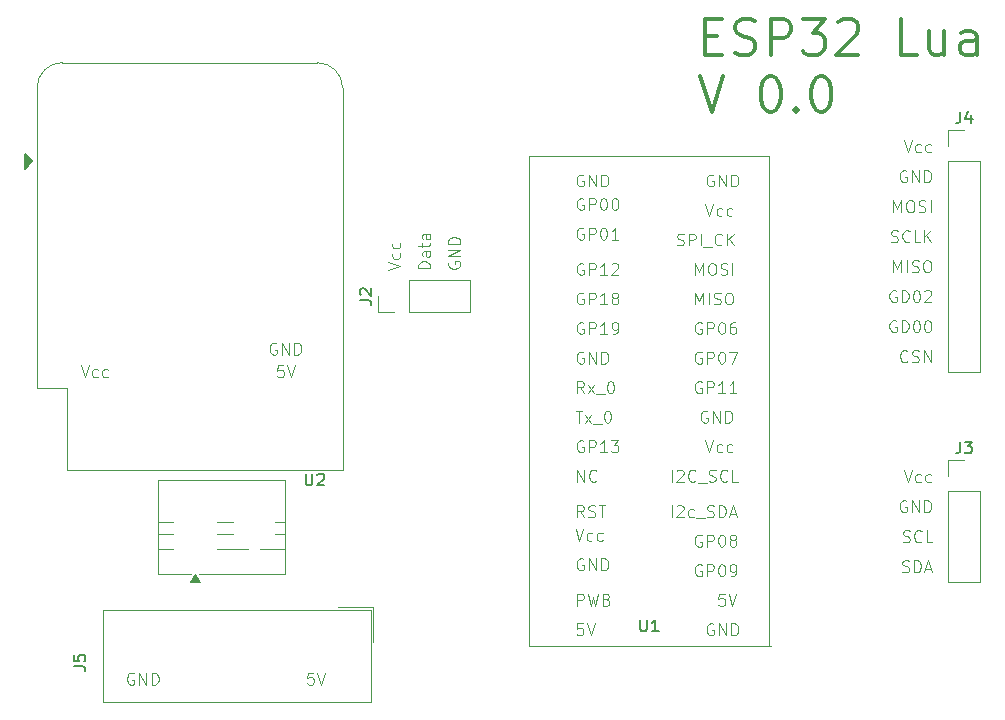
<source format=gbr>
%TF.GenerationSoftware,KiCad,Pcbnew,9.0.2*%
%TF.CreationDate,2025-07-07T09:36:45+02:00*%
%TF.ProjectId,luaos,6c75616f-732e-46b6-9963-61645f706362,rev?*%
%TF.SameCoordinates,Original*%
%TF.FileFunction,Legend,Top*%
%TF.FilePolarity,Positive*%
%FSLAX46Y46*%
G04 Gerber Fmt 4.6, Leading zero omitted, Abs format (unit mm)*
G04 Created by KiCad (PCBNEW 9.0.2) date 2025-07-07 09:36:45*
%MOMM*%
%LPD*%
G01*
G04 APERTURE LIST*
%ADD10C,0.300000*%
%ADD11C,0.100000*%
%ADD12C,0.150000*%
%ADD13C,0.120000*%
G04 APERTURE END LIST*
D10*
X110131653Y-77035996D02*
X111131653Y-77035996D01*
X111560225Y-78607425D02*
X110131653Y-78607425D01*
X110131653Y-78607425D02*
X110131653Y-75607425D01*
X110131653Y-75607425D02*
X111560225Y-75607425D01*
X112703082Y-78464568D02*
X113131654Y-78607425D01*
X113131654Y-78607425D02*
X113845939Y-78607425D01*
X113845939Y-78607425D02*
X114131654Y-78464568D01*
X114131654Y-78464568D02*
X114274511Y-78321710D01*
X114274511Y-78321710D02*
X114417368Y-78035996D01*
X114417368Y-78035996D02*
X114417368Y-77750282D01*
X114417368Y-77750282D02*
X114274511Y-77464568D01*
X114274511Y-77464568D02*
X114131654Y-77321710D01*
X114131654Y-77321710D02*
X113845939Y-77178853D01*
X113845939Y-77178853D02*
X113274511Y-77035996D01*
X113274511Y-77035996D02*
X112988796Y-76893139D01*
X112988796Y-76893139D02*
X112845939Y-76750282D01*
X112845939Y-76750282D02*
X112703082Y-76464568D01*
X112703082Y-76464568D02*
X112703082Y-76178853D01*
X112703082Y-76178853D02*
X112845939Y-75893139D01*
X112845939Y-75893139D02*
X112988796Y-75750282D01*
X112988796Y-75750282D02*
X113274511Y-75607425D01*
X113274511Y-75607425D02*
X113988796Y-75607425D01*
X113988796Y-75607425D02*
X114417368Y-75750282D01*
X115703082Y-78607425D02*
X115703082Y-75607425D01*
X115703082Y-75607425D02*
X116845939Y-75607425D01*
X116845939Y-75607425D02*
X117131654Y-75750282D01*
X117131654Y-75750282D02*
X117274511Y-75893139D01*
X117274511Y-75893139D02*
X117417368Y-76178853D01*
X117417368Y-76178853D02*
X117417368Y-76607425D01*
X117417368Y-76607425D02*
X117274511Y-76893139D01*
X117274511Y-76893139D02*
X117131654Y-77035996D01*
X117131654Y-77035996D02*
X116845939Y-77178853D01*
X116845939Y-77178853D02*
X115703082Y-77178853D01*
X118417368Y-75607425D02*
X120274511Y-75607425D01*
X120274511Y-75607425D02*
X119274511Y-76750282D01*
X119274511Y-76750282D02*
X119703082Y-76750282D01*
X119703082Y-76750282D02*
X119988797Y-76893139D01*
X119988797Y-76893139D02*
X120131654Y-77035996D01*
X120131654Y-77035996D02*
X120274511Y-77321710D01*
X120274511Y-77321710D02*
X120274511Y-78035996D01*
X120274511Y-78035996D02*
X120131654Y-78321710D01*
X120131654Y-78321710D02*
X119988797Y-78464568D01*
X119988797Y-78464568D02*
X119703082Y-78607425D01*
X119703082Y-78607425D02*
X118845939Y-78607425D01*
X118845939Y-78607425D02*
X118560225Y-78464568D01*
X118560225Y-78464568D02*
X118417368Y-78321710D01*
X121417368Y-75893139D02*
X121560225Y-75750282D01*
X121560225Y-75750282D02*
X121845940Y-75607425D01*
X121845940Y-75607425D02*
X122560225Y-75607425D01*
X122560225Y-75607425D02*
X122845940Y-75750282D01*
X122845940Y-75750282D02*
X122988797Y-75893139D01*
X122988797Y-75893139D02*
X123131654Y-76178853D01*
X123131654Y-76178853D02*
X123131654Y-76464568D01*
X123131654Y-76464568D02*
X122988797Y-76893139D01*
X122988797Y-76893139D02*
X121274511Y-78607425D01*
X121274511Y-78607425D02*
X123131654Y-78607425D01*
X128131654Y-78607425D02*
X126703082Y-78607425D01*
X126703082Y-78607425D02*
X126703082Y-75607425D01*
X130417368Y-76607425D02*
X130417368Y-78607425D01*
X129131653Y-76607425D02*
X129131653Y-78178853D01*
X129131653Y-78178853D02*
X129274510Y-78464568D01*
X129274510Y-78464568D02*
X129560225Y-78607425D01*
X129560225Y-78607425D02*
X129988796Y-78607425D01*
X129988796Y-78607425D02*
X130274510Y-78464568D01*
X130274510Y-78464568D02*
X130417368Y-78321710D01*
X133131654Y-78607425D02*
X133131654Y-77035996D01*
X133131654Y-77035996D02*
X132988796Y-76750282D01*
X132988796Y-76750282D02*
X132703082Y-76607425D01*
X132703082Y-76607425D02*
X132131654Y-76607425D01*
X132131654Y-76607425D02*
X131845939Y-76750282D01*
X133131654Y-78464568D02*
X132845939Y-78607425D01*
X132845939Y-78607425D02*
X132131654Y-78607425D01*
X132131654Y-78607425D02*
X131845939Y-78464568D01*
X131845939Y-78464568D02*
X131703082Y-78178853D01*
X131703082Y-78178853D02*
X131703082Y-77893139D01*
X131703082Y-77893139D02*
X131845939Y-77607425D01*
X131845939Y-77607425D02*
X132131654Y-77464568D01*
X132131654Y-77464568D02*
X132845939Y-77464568D01*
X132845939Y-77464568D02*
X133131654Y-77321710D01*
X109703082Y-80437257D02*
X110703082Y-83437257D01*
X110703082Y-83437257D02*
X111703082Y-80437257D01*
X115560225Y-80437257D02*
X115845939Y-80437257D01*
X115845939Y-80437257D02*
X116131653Y-80580114D01*
X116131653Y-80580114D02*
X116274511Y-80722971D01*
X116274511Y-80722971D02*
X116417368Y-81008685D01*
X116417368Y-81008685D02*
X116560225Y-81580114D01*
X116560225Y-81580114D02*
X116560225Y-82294400D01*
X116560225Y-82294400D02*
X116417368Y-82865828D01*
X116417368Y-82865828D02*
X116274511Y-83151542D01*
X116274511Y-83151542D02*
X116131653Y-83294400D01*
X116131653Y-83294400D02*
X115845939Y-83437257D01*
X115845939Y-83437257D02*
X115560225Y-83437257D01*
X115560225Y-83437257D02*
X115274511Y-83294400D01*
X115274511Y-83294400D02*
X115131653Y-83151542D01*
X115131653Y-83151542D02*
X114988796Y-82865828D01*
X114988796Y-82865828D02*
X114845939Y-82294400D01*
X114845939Y-82294400D02*
X114845939Y-81580114D01*
X114845939Y-81580114D02*
X114988796Y-81008685D01*
X114988796Y-81008685D02*
X115131653Y-80722971D01*
X115131653Y-80722971D02*
X115274511Y-80580114D01*
X115274511Y-80580114D02*
X115560225Y-80437257D01*
X117845939Y-83151542D02*
X117988796Y-83294400D01*
X117988796Y-83294400D02*
X117845939Y-83437257D01*
X117845939Y-83437257D02*
X117703082Y-83294400D01*
X117703082Y-83294400D02*
X117845939Y-83151542D01*
X117845939Y-83151542D02*
X117845939Y-83437257D01*
X119845939Y-80437257D02*
X120131653Y-80437257D01*
X120131653Y-80437257D02*
X120417367Y-80580114D01*
X120417367Y-80580114D02*
X120560225Y-80722971D01*
X120560225Y-80722971D02*
X120703082Y-81008685D01*
X120703082Y-81008685D02*
X120845939Y-81580114D01*
X120845939Y-81580114D02*
X120845939Y-82294400D01*
X120845939Y-82294400D02*
X120703082Y-82865828D01*
X120703082Y-82865828D02*
X120560225Y-83151542D01*
X120560225Y-83151542D02*
X120417367Y-83294400D01*
X120417367Y-83294400D02*
X120131653Y-83437257D01*
X120131653Y-83437257D02*
X119845939Y-83437257D01*
X119845939Y-83437257D02*
X119560225Y-83294400D01*
X119560225Y-83294400D02*
X119417367Y-83151542D01*
X119417367Y-83151542D02*
X119274510Y-82865828D01*
X119274510Y-82865828D02*
X119131653Y-82294400D01*
X119131653Y-82294400D02*
X119131653Y-81580114D01*
X119131653Y-81580114D02*
X119274510Y-81008685D01*
X119274510Y-81008685D02*
X119417367Y-80722971D01*
X119417367Y-80722971D02*
X119560225Y-80580114D01*
X119560225Y-80580114D02*
X119845939Y-80437257D01*
D11*
X88455038Y-96172306D02*
X88407419Y-96267544D01*
X88407419Y-96267544D02*
X88407419Y-96410401D01*
X88407419Y-96410401D02*
X88455038Y-96553258D01*
X88455038Y-96553258D02*
X88550276Y-96648496D01*
X88550276Y-96648496D02*
X88645514Y-96696115D01*
X88645514Y-96696115D02*
X88835990Y-96743734D01*
X88835990Y-96743734D02*
X88978847Y-96743734D01*
X88978847Y-96743734D02*
X89169323Y-96696115D01*
X89169323Y-96696115D02*
X89264561Y-96648496D01*
X89264561Y-96648496D02*
X89359800Y-96553258D01*
X89359800Y-96553258D02*
X89407419Y-96410401D01*
X89407419Y-96410401D02*
X89407419Y-96315163D01*
X89407419Y-96315163D02*
X89359800Y-96172306D01*
X89359800Y-96172306D02*
X89312180Y-96124687D01*
X89312180Y-96124687D02*
X88978847Y-96124687D01*
X88978847Y-96124687D02*
X88978847Y-96315163D01*
X89407419Y-95696115D02*
X88407419Y-95696115D01*
X88407419Y-95696115D02*
X89407419Y-95124687D01*
X89407419Y-95124687D02*
X88407419Y-95124687D01*
X89407419Y-94648496D02*
X88407419Y-94648496D01*
X88407419Y-94648496D02*
X88407419Y-94410401D01*
X88407419Y-94410401D02*
X88455038Y-94267544D01*
X88455038Y-94267544D02*
X88550276Y-94172306D01*
X88550276Y-94172306D02*
X88645514Y-94124687D01*
X88645514Y-94124687D02*
X88835990Y-94077068D01*
X88835990Y-94077068D02*
X88978847Y-94077068D01*
X88978847Y-94077068D02*
X89169323Y-94124687D01*
X89169323Y-94124687D02*
X89264561Y-94172306D01*
X89264561Y-94172306D02*
X89359800Y-94267544D01*
X89359800Y-94267544D02*
X89407419Y-94410401D01*
X89407419Y-94410401D02*
X89407419Y-94648496D01*
X86867419Y-96696115D02*
X85867419Y-96696115D01*
X85867419Y-96696115D02*
X85867419Y-96458020D01*
X85867419Y-96458020D02*
X85915038Y-96315163D01*
X85915038Y-96315163D02*
X86010276Y-96219925D01*
X86010276Y-96219925D02*
X86105514Y-96172306D01*
X86105514Y-96172306D02*
X86295990Y-96124687D01*
X86295990Y-96124687D02*
X86438847Y-96124687D01*
X86438847Y-96124687D02*
X86629323Y-96172306D01*
X86629323Y-96172306D02*
X86724561Y-96219925D01*
X86724561Y-96219925D02*
X86819800Y-96315163D01*
X86819800Y-96315163D02*
X86867419Y-96458020D01*
X86867419Y-96458020D02*
X86867419Y-96696115D01*
X86867419Y-95267544D02*
X86343609Y-95267544D01*
X86343609Y-95267544D02*
X86248371Y-95315163D01*
X86248371Y-95315163D02*
X86200752Y-95410401D01*
X86200752Y-95410401D02*
X86200752Y-95600877D01*
X86200752Y-95600877D02*
X86248371Y-95696115D01*
X86819800Y-95267544D02*
X86867419Y-95362782D01*
X86867419Y-95362782D02*
X86867419Y-95600877D01*
X86867419Y-95600877D02*
X86819800Y-95696115D01*
X86819800Y-95696115D02*
X86724561Y-95743734D01*
X86724561Y-95743734D02*
X86629323Y-95743734D01*
X86629323Y-95743734D02*
X86534085Y-95696115D01*
X86534085Y-95696115D02*
X86486466Y-95600877D01*
X86486466Y-95600877D02*
X86486466Y-95362782D01*
X86486466Y-95362782D02*
X86438847Y-95267544D01*
X86200752Y-94934210D02*
X86200752Y-94553258D01*
X85867419Y-94791353D02*
X86724561Y-94791353D01*
X86724561Y-94791353D02*
X86819800Y-94743734D01*
X86819800Y-94743734D02*
X86867419Y-94648496D01*
X86867419Y-94648496D02*
X86867419Y-94553258D01*
X86867419Y-93791353D02*
X86343609Y-93791353D01*
X86343609Y-93791353D02*
X86248371Y-93838972D01*
X86248371Y-93838972D02*
X86200752Y-93934210D01*
X86200752Y-93934210D02*
X86200752Y-94124686D01*
X86200752Y-94124686D02*
X86248371Y-94219924D01*
X86819800Y-93791353D02*
X86867419Y-93886591D01*
X86867419Y-93886591D02*
X86867419Y-94124686D01*
X86867419Y-94124686D02*
X86819800Y-94219924D01*
X86819800Y-94219924D02*
X86724561Y-94267543D01*
X86724561Y-94267543D02*
X86629323Y-94267543D01*
X86629323Y-94267543D02*
X86534085Y-94219924D01*
X86534085Y-94219924D02*
X86486466Y-94124686D01*
X86486466Y-94124686D02*
X86486466Y-93886591D01*
X86486466Y-93886591D02*
X86438847Y-93791353D01*
X83327419Y-96838972D02*
X84327419Y-96505639D01*
X84327419Y-96505639D02*
X83327419Y-96172306D01*
X84279800Y-95410401D02*
X84327419Y-95505639D01*
X84327419Y-95505639D02*
X84327419Y-95696115D01*
X84327419Y-95696115D02*
X84279800Y-95791353D01*
X84279800Y-95791353D02*
X84232180Y-95838972D01*
X84232180Y-95838972D02*
X84136942Y-95886591D01*
X84136942Y-95886591D02*
X83851228Y-95886591D01*
X83851228Y-95886591D02*
X83755990Y-95838972D01*
X83755990Y-95838972D02*
X83708371Y-95791353D01*
X83708371Y-95791353D02*
X83660752Y-95696115D01*
X83660752Y-95696115D02*
X83660752Y-95505639D01*
X83660752Y-95505639D02*
X83708371Y-95410401D01*
X84279800Y-94553258D02*
X84327419Y-94648496D01*
X84327419Y-94648496D02*
X84327419Y-94838972D01*
X84327419Y-94838972D02*
X84279800Y-94934210D01*
X84279800Y-94934210D02*
X84232180Y-94981829D01*
X84232180Y-94981829D02*
X84136942Y-95029448D01*
X84136942Y-95029448D02*
X83851228Y-95029448D01*
X83851228Y-95029448D02*
X83755990Y-94981829D01*
X83755990Y-94981829D02*
X83708371Y-94934210D01*
X83708371Y-94934210D02*
X83660752Y-94838972D01*
X83660752Y-94838972D02*
X83660752Y-94648496D01*
X83660752Y-94648496D02*
X83708371Y-94553258D01*
X126855163Y-122379800D02*
X126998020Y-122427419D01*
X126998020Y-122427419D02*
X127236115Y-122427419D01*
X127236115Y-122427419D02*
X127331353Y-122379800D01*
X127331353Y-122379800D02*
X127378972Y-122332180D01*
X127378972Y-122332180D02*
X127426591Y-122236942D01*
X127426591Y-122236942D02*
X127426591Y-122141704D01*
X127426591Y-122141704D02*
X127378972Y-122046466D01*
X127378972Y-122046466D02*
X127331353Y-121998847D01*
X127331353Y-121998847D02*
X127236115Y-121951228D01*
X127236115Y-121951228D02*
X127045639Y-121903609D01*
X127045639Y-121903609D02*
X126950401Y-121855990D01*
X126950401Y-121855990D02*
X126902782Y-121808371D01*
X126902782Y-121808371D02*
X126855163Y-121713133D01*
X126855163Y-121713133D02*
X126855163Y-121617895D01*
X126855163Y-121617895D02*
X126902782Y-121522657D01*
X126902782Y-121522657D02*
X126950401Y-121475038D01*
X126950401Y-121475038D02*
X127045639Y-121427419D01*
X127045639Y-121427419D02*
X127283734Y-121427419D01*
X127283734Y-121427419D02*
X127426591Y-121475038D01*
X127855163Y-122427419D02*
X127855163Y-121427419D01*
X127855163Y-121427419D02*
X128093258Y-121427419D01*
X128093258Y-121427419D02*
X128236115Y-121475038D01*
X128236115Y-121475038D02*
X128331353Y-121570276D01*
X128331353Y-121570276D02*
X128378972Y-121665514D01*
X128378972Y-121665514D02*
X128426591Y-121855990D01*
X128426591Y-121855990D02*
X128426591Y-121998847D01*
X128426591Y-121998847D02*
X128378972Y-122189323D01*
X128378972Y-122189323D02*
X128331353Y-122284561D01*
X128331353Y-122284561D02*
X128236115Y-122379800D01*
X128236115Y-122379800D02*
X128093258Y-122427419D01*
X128093258Y-122427419D02*
X127855163Y-122427419D01*
X128807544Y-122141704D02*
X129283734Y-122141704D01*
X128712306Y-122427419D02*
X129045639Y-121427419D01*
X129045639Y-121427419D02*
X129378972Y-122427419D01*
X126902782Y-119839800D02*
X127045639Y-119887419D01*
X127045639Y-119887419D02*
X127283734Y-119887419D01*
X127283734Y-119887419D02*
X127378972Y-119839800D01*
X127378972Y-119839800D02*
X127426591Y-119792180D01*
X127426591Y-119792180D02*
X127474210Y-119696942D01*
X127474210Y-119696942D02*
X127474210Y-119601704D01*
X127474210Y-119601704D02*
X127426591Y-119506466D01*
X127426591Y-119506466D02*
X127378972Y-119458847D01*
X127378972Y-119458847D02*
X127283734Y-119411228D01*
X127283734Y-119411228D02*
X127093258Y-119363609D01*
X127093258Y-119363609D02*
X126998020Y-119315990D01*
X126998020Y-119315990D02*
X126950401Y-119268371D01*
X126950401Y-119268371D02*
X126902782Y-119173133D01*
X126902782Y-119173133D02*
X126902782Y-119077895D01*
X126902782Y-119077895D02*
X126950401Y-118982657D01*
X126950401Y-118982657D02*
X126998020Y-118935038D01*
X126998020Y-118935038D02*
X127093258Y-118887419D01*
X127093258Y-118887419D02*
X127331353Y-118887419D01*
X127331353Y-118887419D02*
X127474210Y-118935038D01*
X128474210Y-119792180D02*
X128426591Y-119839800D01*
X128426591Y-119839800D02*
X128283734Y-119887419D01*
X128283734Y-119887419D02*
X128188496Y-119887419D01*
X128188496Y-119887419D02*
X128045639Y-119839800D01*
X128045639Y-119839800D02*
X127950401Y-119744561D01*
X127950401Y-119744561D02*
X127902782Y-119649323D01*
X127902782Y-119649323D02*
X127855163Y-119458847D01*
X127855163Y-119458847D02*
X127855163Y-119315990D01*
X127855163Y-119315990D02*
X127902782Y-119125514D01*
X127902782Y-119125514D02*
X127950401Y-119030276D01*
X127950401Y-119030276D02*
X128045639Y-118935038D01*
X128045639Y-118935038D02*
X128188496Y-118887419D01*
X128188496Y-118887419D02*
X128283734Y-118887419D01*
X128283734Y-118887419D02*
X128426591Y-118935038D01*
X128426591Y-118935038D02*
X128474210Y-118982657D01*
X129378972Y-119887419D02*
X128902782Y-119887419D01*
X128902782Y-119887419D02*
X128902782Y-118887419D01*
X126998020Y-113807419D02*
X127331353Y-114807419D01*
X127331353Y-114807419D02*
X127664686Y-113807419D01*
X128426591Y-114759800D02*
X128331353Y-114807419D01*
X128331353Y-114807419D02*
X128140877Y-114807419D01*
X128140877Y-114807419D02*
X128045639Y-114759800D01*
X128045639Y-114759800D02*
X127998020Y-114712180D01*
X127998020Y-114712180D02*
X127950401Y-114616942D01*
X127950401Y-114616942D02*
X127950401Y-114331228D01*
X127950401Y-114331228D02*
X127998020Y-114235990D01*
X127998020Y-114235990D02*
X128045639Y-114188371D01*
X128045639Y-114188371D02*
X128140877Y-114140752D01*
X128140877Y-114140752D02*
X128331353Y-114140752D01*
X128331353Y-114140752D02*
X128426591Y-114188371D01*
X129283734Y-114759800D02*
X129188496Y-114807419D01*
X129188496Y-114807419D02*
X128998020Y-114807419D01*
X128998020Y-114807419D02*
X128902782Y-114759800D01*
X128902782Y-114759800D02*
X128855163Y-114712180D01*
X128855163Y-114712180D02*
X128807544Y-114616942D01*
X128807544Y-114616942D02*
X128807544Y-114331228D01*
X128807544Y-114331228D02*
X128855163Y-114235990D01*
X128855163Y-114235990D02*
X128902782Y-114188371D01*
X128902782Y-114188371D02*
X128998020Y-114140752D01*
X128998020Y-114140752D02*
X129188496Y-114140752D01*
X129188496Y-114140752D02*
X129283734Y-114188371D01*
X127188496Y-116395038D02*
X127093258Y-116347419D01*
X127093258Y-116347419D02*
X126950401Y-116347419D01*
X126950401Y-116347419D02*
X126807544Y-116395038D01*
X126807544Y-116395038D02*
X126712306Y-116490276D01*
X126712306Y-116490276D02*
X126664687Y-116585514D01*
X126664687Y-116585514D02*
X126617068Y-116775990D01*
X126617068Y-116775990D02*
X126617068Y-116918847D01*
X126617068Y-116918847D02*
X126664687Y-117109323D01*
X126664687Y-117109323D02*
X126712306Y-117204561D01*
X126712306Y-117204561D02*
X126807544Y-117299800D01*
X126807544Y-117299800D02*
X126950401Y-117347419D01*
X126950401Y-117347419D02*
X127045639Y-117347419D01*
X127045639Y-117347419D02*
X127188496Y-117299800D01*
X127188496Y-117299800D02*
X127236115Y-117252180D01*
X127236115Y-117252180D02*
X127236115Y-116918847D01*
X127236115Y-116918847D02*
X127045639Y-116918847D01*
X127664687Y-117347419D02*
X127664687Y-116347419D01*
X127664687Y-116347419D02*
X128236115Y-117347419D01*
X128236115Y-117347419D02*
X128236115Y-116347419D01*
X128712306Y-117347419D02*
X128712306Y-116347419D01*
X128712306Y-116347419D02*
X128950401Y-116347419D01*
X128950401Y-116347419D02*
X129093258Y-116395038D01*
X129093258Y-116395038D02*
X129188496Y-116490276D01*
X129188496Y-116490276D02*
X129236115Y-116585514D01*
X129236115Y-116585514D02*
X129283734Y-116775990D01*
X129283734Y-116775990D02*
X129283734Y-116918847D01*
X129283734Y-116918847D02*
X129236115Y-117109323D01*
X129236115Y-117109323D02*
X129188496Y-117204561D01*
X129188496Y-117204561D02*
X129093258Y-117299800D01*
X129093258Y-117299800D02*
X128950401Y-117347419D01*
X128950401Y-117347419D02*
X128712306Y-117347419D01*
X57311027Y-104917419D02*
X57644360Y-105917419D01*
X57644360Y-105917419D02*
X57977693Y-104917419D01*
X58739598Y-105869800D02*
X58644360Y-105917419D01*
X58644360Y-105917419D02*
X58453884Y-105917419D01*
X58453884Y-105917419D02*
X58358646Y-105869800D01*
X58358646Y-105869800D02*
X58311027Y-105822180D01*
X58311027Y-105822180D02*
X58263408Y-105726942D01*
X58263408Y-105726942D02*
X58263408Y-105441228D01*
X58263408Y-105441228D02*
X58311027Y-105345990D01*
X58311027Y-105345990D02*
X58358646Y-105298371D01*
X58358646Y-105298371D02*
X58453884Y-105250752D01*
X58453884Y-105250752D02*
X58644360Y-105250752D01*
X58644360Y-105250752D02*
X58739598Y-105298371D01*
X59596741Y-105869800D02*
X59501503Y-105917419D01*
X59501503Y-105917419D02*
X59311027Y-105917419D01*
X59311027Y-105917419D02*
X59215789Y-105869800D01*
X59215789Y-105869800D02*
X59168170Y-105822180D01*
X59168170Y-105822180D02*
X59120551Y-105726942D01*
X59120551Y-105726942D02*
X59120551Y-105441228D01*
X59120551Y-105441228D02*
X59168170Y-105345990D01*
X59168170Y-105345990D02*
X59215789Y-105298371D01*
X59215789Y-105298371D02*
X59311027Y-105250752D01*
X59311027Y-105250752D02*
X59501503Y-105250752D01*
X59501503Y-105250752D02*
X59596741Y-105298371D01*
X73848496Y-103060038D02*
X73753258Y-103012419D01*
X73753258Y-103012419D02*
X73610401Y-103012419D01*
X73610401Y-103012419D02*
X73467544Y-103060038D01*
X73467544Y-103060038D02*
X73372306Y-103155276D01*
X73372306Y-103155276D02*
X73324687Y-103250514D01*
X73324687Y-103250514D02*
X73277068Y-103440990D01*
X73277068Y-103440990D02*
X73277068Y-103583847D01*
X73277068Y-103583847D02*
X73324687Y-103774323D01*
X73324687Y-103774323D02*
X73372306Y-103869561D01*
X73372306Y-103869561D02*
X73467544Y-103964800D01*
X73467544Y-103964800D02*
X73610401Y-104012419D01*
X73610401Y-104012419D02*
X73705639Y-104012419D01*
X73705639Y-104012419D02*
X73848496Y-103964800D01*
X73848496Y-103964800D02*
X73896115Y-103917180D01*
X73896115Y-103917180D02*
X73896115Y-103583847D01*
X73896115Y-103583847D02*
X73705639Y-103583847D01*
X74324687Y-104012419D02*
X74324687Y-103012419D01*
X74324687Y-103012419D02*
X74896115Y-104012419D01*
X74896115Y-104012419D02*
X74896115Y-103012419D01*
X75372306Y-104012419D02*
X75372306Y-103012419D01*
X75372306Y-103012419D02*
X75610401Y-103012419D01*
X75610401Y-103012419D02*
X75753258Y-103060038D01*
X75753258Y-103060038D02*
X75848496Y-103155276D01*
X75848496Y-103155276D02*
X75896115Y-103250514D01*
X75896115Y-103250514D02*
X75943734Y-103440990D01*
X75943734Y-103440990D02*
X75943734Y-103583847D01*
X75943734Y-103583847D02*
X75896115Y-103774323D01*
X75896115Y-103774323D02*
X75848496Y-103869561D01*
X75848496Y-103869561D02*
X75753258Y-103964800D01*
X75753258Y-103964800D02*
X75610401Y-104012419D01*
X75610401Y-104012419D02*
X75372306Y-104012419D01*
X74440074Y-104917419D02*
X73963884Y-104917419D01*
X73963884Y-104917419D02*
X73916265Y-105393609D01*
X73916265Y-105393609D02*
X73963884Y-105345990D01*
X73963884Y-105345990D02*
X74059122Y-105298371D01*
X74059122Y-105298371D02*
X74297217Y-105298371D01*
X74297217Y-105298371D02*
X74392455Y-105345990D01*
X74392455Y-105345990D02*
X74440074Y-105393609D01*
X74440074Y-105393609D02*
X74487693Y-105488847D01*
X74487693Y-105488847D02*
X74487693Y-105726942D01*
X74487693Y-105726942D02*
X74440074Y-105822180D01*
X74440074Y-105822180D02*
X74392455Y-105869800D01*
X74392455Y-105869800D02*
X74297217Y-105917419D01*
X74297217Y-105917419D02*
X74059122Y-105917419D01*
X74059122Y-105917419D02*
X73963884Y-105869800D01*
X73963884Y-105869800D02*
X73916265Y-105822180D01*
X74773408Y-104917419D02*
X75106741Y-105917419D01*
X75106741Y-105917419D02*
X75440074Y-104917419D01*
X61787693Y-131000038D02*
X61692455Y-130952419D01*
X61692455Y-130952419D02*
X61549598Y-130952419D01*
X61549598Y-130952419D02*
X61406741Y-131000038D01*
X61406741Y-131000038D02*
X61311503Y-131095276D01*
X61311503Y-131095276D02*
X61263884Y-131190514D01*
X61263884Y-131190514D02*
X61216265Y-131380990D01*
X61216265Y-131380990D02*
X61216265Y-131523847D01*
X61216265Y-131523847D02*
X61263884Y-131714323D01*
X61263884Y-131714323D02*
X61311503Y-131809561D01*
X61311503Y-131809561D02*
X61406741Y-131904800D01*
X61406741Y-131904800D02*
X61549598Y-131952419D01*
X61549598Y-131952419D02*
X61644836Y-131952419D01*
X61644836Y-131952419D02*
X61787693Y-131904800D01*
X61787693Y-131904800D02*
X61835312Y-131857180D01*
X61835312Y-131857180D02*
X61835312Y-131523847D01*
X61835312Y-131523847D02*
X61644836Y-131523847D01*
X62263884Y-131952419D02*
X62263884Y-130952419D01*
X62263884Y-130952419D02*
X62835312Y-131952419D01*
X62835312Y-131952419D02*
X62835312Y-130952419D01*
X63311503Y-131952419D02*
X63311503Y-130952419D01*
X63311503Y-130952419D02*
X63549598Y-130952419D01*
X63549598Y-130952419D02*
X63692455Y-131000038D01*
X63692455Y-131000038D02*
X63787693Y-131095276D01*
X63787693Y-131095276D02*
X63835312Y-131190514D01*
X63835312Y-131190514D02*
X63882931Y-131380990D01*
X63882931Y-131380990D02*
X63882931Y-131523847D01*
X63882931Y-131523847D02*
X63835312Y-131714323D01*
X63835312Y-131714323D02*
X63787693Y-131809561D01*
X63787693Y-131809561D02*
X63692455Y-131904800D01*
X63692455Y-131904800D02*
X63549598Y-131952419D01*
X63549598Y-131952419D02*
X63311503Y-131952419D01*
X126331353Y-98615038D02*
X126236115Y-98567419D01*
X126236115Y-98567419D02*
X126093258Y-98567419D01*
X126093258Y-98567419D02*
X125950401Y-98615038D01*
X125950401Y-98615038D02*
X125855163Y-98710276D01*
X125855163Y-98710276D02*
X125807544Y-98805514D01*
X125807544Y-98805514D02*
X125759925Y-98995990D01*
X125759925Y-98995990D02*
X125759925Y-99138847D01*
X125759925Y-99138847D02*
X125807544Y-99329323D01*
X125807544Y-99329323D02*
X125855163Y-99424561D01*
X125855163Y-99424561D02*
X125950401Y-99519800D01*
X125950401Y-99519800D02*
X126093258Y-99567419D01*
X126093258Y-99567419D02*
X126188496Y-99567419D01*
X126188496Y-99567419D02*
X126331353Y-99519800D01*
X126331353Y-99519800D02*
X126378972Y-99472180D01*
X126378972Y-99472180D02*
X126378972Y-99138847D01*
X126378972Y-99138847D02*
X126188496Y-99138847D01*
X126807544Y-99567419D02*
X126807544Y-98567419D01*
X126807544Y-98567419D02*
X127045639Y-98567419D01*
X127045639Y-98567419D02*
X127188496Y-98615038D01*
X127188496Y-98615038D02*
X127283734Y-98710276D01*
X127283734Y-98710276D02*
X127331353Y-98805514D01*
X127331353Y-98805514D02*
X127378972Y-98995990D01*
X127378972Y-98995990D02*
X127378972Y-99138847D01*
X127378972Y-99138847D02*
X127331353Y-99329323D01*
X127331353Y-99329323D02*
X127283734Y-99424561D01*
X127283734Y-99424561D02*
X127188496Y-99519800D01*
X127188496Y-99519800D02*
X127045639Y-99567419D01*
X127045639Y-99567419D02*
X126807544Y-99567419D01*
X127998020Y-98567419D02*
X128093258Y-98567419D01*
X128093258Y-98567419D02*
X128188496Y-98615038D01*
X128188496Y-98615038D02*
X128236115Y-98662657D01*
X128236115Y-98662657D02*
X128283734Y-98757895D01*
X128283734Y-98757895D02*
X128331353Y-98948371D01*
X128331353Y-98948371D02*
X128331353Y-99186466D01*
X128331353Y-99186466D02*
X128283734Y-99376942D01*
X128283734Y-99376942D02*
X128236115Y-99472180D01*
X128236115Y-99472180D02*
X128188496Y-99519800D01*
X128188496Y-99519800D02*
X128093258Y-99567419D01*
X128093258Y-99567419D02*
X127998020Y-99567419D01*
X127998020Y-99567419D02*
X127902782Y-99519800D01*
X127902782Y-99519800D02*
X127855163Y-99472180D01*
X127855163Y-99472180D02*
X127807544Y-99376942D01*
X127807544Y-99376942D02*
X127759925Y-99186466D01*
X127759925Y-99186466D02*
X127759925Y-98948371D01*
X127759925Y-98948371D02*
X127807544Y-98757895D01*
X127807544Y-98757895D02*
X127855163Y-98662657D01*
X127855163Y-98662657D02*
X127902782Y-98615038D01*
X127902782Y-98615038D02*
X127998020Y-98567419D01*
X128712306Y-98662657D02*
X128759925Y-98615038D01*
X128759925Y-98615038D02*
X128855163Y-98567419D01*
X128855163Y-98567419D02*
X129093258Y-98567419D01*
X129093258Y-98567419D02*
X129188496Y-98615038D01*
X129188496Y-98615038D02*
X129236115Y-98662657D01*
X129236115Y-98662657D02*
X129283734Y-98757895D01*
X129283734Y-98757895D02*
X129283734Y-98853133D01*
X129283734Y-98853133D02*
X129236115Y-98995990D01*
X129236115Y-98995990D02*
X128664687Y-99567419D01*
X128664687Y-99567419D02*
X129283734Y-99567419D01*
X126331353Y-101155038D02*
X126236115Y-101107419D01*
X126236115Y-101107419D02*
X126093258Y-101107419D01*
X126093258Y-101107419D02*
X125950401Y-101155038D01*
X125950401Y-101155038D02*
X125855163Y-101250276D01*
X125855163Y-101250276D02*
X125807544Y-101345514D01*
X125807544Y-101345514D02*
X125759925Y-101535990D01*
X125759925Y-101535990D02*
X125759925Y-101678847D01*
X125759925Y-101678847D02*
X125807544Y-101869323D01*
X125807544Y-101869323D02*
X125855163Y-101964561D01*
X125855163Y-101964561D02*
X125950401Y-102059800D01*
X125950401Y-102059800D02*
X126093258Y-102107419D01*
X126093258Y-102107419D02*
X126188496Y-102107419D01*
X126188496Y-102107419D02*
X126331353Y-102059800D01*
X126331353Y-102059800D02*
X126378972Y-102012180D01*
X126378972Y-102012180D02*
X126378972Y-101678847D01*
X126378972Y-101678847D02*
X126188496Y-101678847D01*
X126807544Y-102107419D02*
X126807544Y-101107419D01*
X126807544Y-101107419D02*
X127045639Y-101107419D01*
X127045639Y-101107419D02*
X127188496Y-101155038D01*
X127188496Y-101155038D02*
X127283734Y-101250276D01*
X127283734Y-101250276D02*
X127331353Y-101345514D01*
X127331353Y-101345514D02*
X127378972Y-101535990D01*
X127378972Y-101535990D02*
X127378972Y-101678847D01*
X127378972Y-101678847D02*
X127331353Y-101869323D01*
X127331353Y-101869323D02*
X127283734Y-101964561D01*
X127283734Y-101964561D02*
X127188496Y-102059800D01*
X127188496Y-102059800D02*
X127045639Y-102107419D01*
X127045639Y-102107419D02*
X126807544Y-102107419D01*
X127998020Y-101107419D02*
X128093258Y-101107419D01*
X128093258Y-101107419D02*
X128188496Y-101155038D01*
X128188496Y-101155038D02*
X128236115Y-101202657D01*
X128236115Y-101202657D02*
X128283734Y-101297895D01*
X128283734Y-101297895D02*
X128331353Y-101488371D01*
X128331353Y-101488371D02*
X128331353Y-101726466D01*
X128331353Y-101726466D02*
X128283734Y-101916942D01*
X128283734Y-101916942D02*
X128236115Y-102012180D01*
X128236115Y-102012180D02*
X128188496Y-102059800D01*
X128188496Y-102059800D02*
X128093258Y-102107419D01*
X128093258Y-102107419D02*
X127998020Y-102107419D01*
X127998020Y-102107419D02*
X127902782Y-102059800D01*
X127902782Y-102059800D02*
X127855163Y-102012180D01*
X127855163Y-102012180D02*
X127807544Y-101916942D01*
X127807544Y-101916942D02*
X127759925Y-101726466D01*
X127759925Y-101726466D02*
X127759925Y-101488371D01*
X127759925Y-101488371D02*
X127807544Y-101297895D01*
X127807544Y-101297895D02*
X127855163Y-101202657D01*
X127855163Y-101202657D02*
X127902782Y-101155038D01*
X127902782Y-101155038D02*
X127998020Y-101107419D01*
X128950401Y-101107419D02*
X129045639Y-101107419D01*
X129045639Y-101107419D02*
X129140877Y-101155038D01*
X129140877Y-101155038D02*
X129188496Y-101202657D01*
X129188496Y-101202657D02*
X129236115Y-101297895D01*
X129236115Y-101297895D02*
X129283734Y-101488371D01*
X129283734Y-101488371D02*
X129283734Y-101726466D01*
X129283734Y-101726466D02*
X129236115Y-101916942D01*
X129236115Y-101916942D02*
X129188496Y-102012180D01*
X129188496Y-102012180D02*
X129140877Y-102059800D01*
X129140877Y-102059800D02*
X129045639Y-102107419D01*
X129045639Y-102107419D02*
X128950401Y-102107419D01*
X128950401Y-102107419D02*
X128855163Y-102059800D01*
X128855163Y-102059800D02*
X128807544Y-102012180D01*
X128807544Y-102012180D02*
X128759925Y-101916942D01*
X128759925Y-101916942D02*
X128712306Y-101726466D01*
X128712306Y-101726466D02*
X128712306Y-101488371D01*
X128712306Y-101488371D02*
X128759925Y-101297895D01*
X128759925Y-101297895D02*
X128807544Y-101202657D01*
X128807544Y-101202657D02*
X128855163Y-101155038D01*
X128855163Y-101155038D02*
X128950401Y-101107419D01*
X127283734Y-104552180D02*
X127236115Y-104599800D01*
X127236115Y-104599800D02*
X127093258Y-104647419D01*
X127093258Y-104647419D02*
X126998020Y-104647419D01*
X126998020Y-104647419D02*
X126855163Y-104599800D01*
X126855163Y-104599800D02*
X126759925Y-104504561D01*
X126759925Y-104504561D02*
X126712306Y-104409323D01*
X126712306Y-104409323D02*
X126664687Y-104218847D01*
X126664687Y-104218847D02*
X126664687Y-104075990D01*
X126664687Y-104075990D02*
X126712306Y-103885514D01*
X126712306Y-103885514D02*
X126759925Y-103790276D01*
X126759925Y-103790276D02*
X126855163Y-103695038D01*
X126855163Y-103695038D02*
X126998020Y-103647419D01*
X126998020Y-103647419D02*
X127093258Y-103647419D01*
X127093258Y-103647419D02*
X127236115Y-103695038D01*
X127236115Y-103695038D02*
X127283734Y-103742657D01*
X127664687Y-104599800D02*
X127807544Y-104647419D01*
X127807544Y-104647419D02*
X128045639Y-104647419D01*
X128045639Y-104647419D02*
X128140877Y-104599800D01*
X128140877Y-104599800D02*
X128188496Y-104552180D01*
X128188496Y-104552180D02*
X128236115Y-104456942D01*
X128236115Y-104456942D02*
X128236115Y-104361704D01*
X128236115Y-104361704D02*
X128188496Y-104266466D01*
X128188496Y-104266466D02*
X128140877Y-104218847D01*
X128140877Y-104218847D02*
X128045639Y-104171228D01*
X128045639Y-104171228D02*
X127855163Y-104123609D01*
X127855163Y-104123609D02*
X127759925Y-104075990D01*
X127759925Y-104075990D02*
X127712306Y-104028371D01*
X127712306Y-104028371D02*
X127664687Y-103933133D01*
X127664687Y-103933133D02*
X127664687Y-103837895D01*
X127664687Y-103837895D02*
X127712306Y-103742657D01*
X127712306Y-103742657D02*
X127759925Y-103695038D01*
X127759925Y-103695038D02*
X127855163Y-103647419D01*
X127855163Y-103647419D02*
X128093258Y-103647419D01*
X128093258Y-103647419D02*
X128236115Y-103695038D01*
X128664687Y-104647419D02*
X128664687Y-103647419D01*
X128664687Y-103647419D02*
X129236115Y-104647419D01*
X129236115Y-104647419D02*
X129236115Y-103647419D01*
X126998020Y-85867419D02*
X127331353Y-86867419D01*
X127331353Y-86867419D02*
X127664686Y-85867419D01*
X128426591Y-86819800D02*
X128331353Y-86867419D01*
X128331353Y-86867419D02*
X128140877Y-86867419D01*
X128140877Y-86867419D02*
X128045639Y-86819800D01*
X128045639Y-86819800D02*
X127998020Y-86772180D01*
X127998020Y-86772180D02*
X127950401Y-86676942D01*
X127950401Y-86676942D02*
X127950401Y-86391228D01*
X127950401Y-86391228D02*
X127998020Y-86295990D01*
X127998020Y-86295990D02*
X128045639Y-86248371D01*
X128045639Y-86248371D02*
X128140877Y-86200752D01*
X128140877Y-86200752D02*
X128331353Y-86200752D01*
X128331353Y-86200752D02*
X128426591Y-86248371D01*
X129283734Y-86819800D02*
X129188496Y-86867419D01*
X129188496Y-86867419D02*
X128998020Y-86867419D01*
X128998020Y-86867419D02*
X128902782Y-86819800D01*
X128902782Y-86819800D02*
X128855163Y-86772180D01*
X128855163Y-86772180D02*
X128807544Y-86676942D01*
X128807544Y-86676942D02*
X128807544Y-86391228D01*
X128807544Y-86391228D02*
X128855163Y-86295990D01*
X128855163Y-86295990D02*
X128902782Y-86248371D01*
X128902782Y-86248371D02*
X128998020Y-86200752D01*
X128998020Y-86200752D02*
X129188496Y-86200752D01*
X129188496Y-86200752D02*
X129283734Y-86248371D01*
X127188496Y-88455038D02*
X127093258Y-88407419D01*
X127093258Y-88407419D02*
X126950401Y-88407419D01*
X126950401Y-88407419D02*
X126807544Y-88455038D01*
X126807544Y-88455038D02*
X126712306Y-88550276D01*
X126712306Y-88550276D02*
X126664687Y-88645514D01*
X126664687Y-88645514D02*
X126617068Y-88835990D01*
X126617068Y-88835990D02*
X126617068Y-88978847D01*
X126617068Y-88978847D02*
X126664687Y-89169323D01*
X126664687Y-89169323D02*
X126712306Y-89264561D01*
X126712306Y-89264561D02*
X126807544Y-89359800D01*
X126807544Y-89359800D02*
X126950401Y-89407419D01*
X126950401Y-89407419D02*
X127045639Y-89407419D01*
X127045639Y-89407419D02*
X127188496Y-89359800D01*
X127188496Y-89359800D02*
X127236115Y-89312180D01*
X127236115Y-89312180D02*
X127236115Y-88978847D01*
X127236115Y-88978847D02*
X127045639Y-88978847D01*
X127664687Y-89407419D02*
X127664687Y-88407419D01*
X127664687Y-88407419D02*
X128236115Y-89407419D01*
X128236115Y-89407419D02*
X128236115Y-88407419D01*
X128712306Y-89407419D02*
X128712306Y-88407419D01*
X128712306Y-88407419D02*
X128950401Y-88407419D01*
X128950401Y-88407419D02*
X129093258Y-88455038D01*
X129093258Y-88455038D02*
X129188496Y-88550276D01*
X129188496Y-88550276D02*
X129236115Y-88645514D01*
X129236115Y-88645514D02*
X129283734Y-88835990D01*
X129283734Y-88835990D02*
X129283734Y-88978847D01*
X129283734Y-88978847D02*
X129236115Y-89169323D01*
X129236115Y-89169323D02*
X129188496Y-89264561D01*
X129188496Y-89264561D02*
X129093258Y-89359800D01*
X129093258Y-89359800D02*
X128950401Y-89407419D01*
X128950401Y-89407419D02*
X128712306Y-89407419D01*
X126093259Y-91947419D02*
X126093259Y-90947419D01*
X126093259Y-90947419D02*
X126426592Y-91661704D01*
X126426592Y-91661704D02*
X126759925Y-90947419D01*
X126759925Y-90947419D02*
X126759925Y-91947419D01*
X127426592Y-90947419D02*
X127617068Y-90947419D01*
X127617068Y-90947419D02*
X127712306Y-90995038D01*
X127712306Y-90995038D02*
X127807544Y-91090276D01*
X127807544Y-91090276D02*
X127855163Y-91280752D01*
X127855163Y-91280752D02*
X127855163Y-91614085D01*
X127855163Y-91614085D02*
X127807544Y-91804561D01*
X127807544Y-91804561D02*
X127712306Y-91899800D01*
X127712306Y-91899800D02*
X127617068Y-91947419D01*
X127617068Y-91947419D02*
X127426592Y-91947419D01*
X127426592Y-91947419D02*
X127331354Y-91899800D01*
X127331354Y-91899800D02*
X127236116Y-91804561D01*
X127236116Y-91804561D02*
X127188497Y-91614085D01*
X127188497Y-91614085D02*
X127188497Y-91280752D01*
X127188497Y-91280752D02*
X127236116Y-91090276D01*
X127236116Y-91090276D02*
X127331354Y-90995038D01*
X127331354Y-90995038D02*
X127426592Y-90947419D01*
X128236116Y-91899800D02*
X128378973Y-91947419D01*
X128378973Y-91947419D02*
X128617068Y-91947419D01*
X128617068Y-91947419D02*
X128712306Y-91899800D01*
X128712306Y-91899800D02*
X128759925Y-91852180D01*
X128759925Y-91852180D02*
X128807544Y-91756942D01*
X128807544Y-91756942D02*
X128807544Y-91661704D01*
X128807544Y-91661704D02*
X128759925Y-91566466D01*
X128759925Y-91566466D02*
X128712306Y-91518847D01*
X128712306Y-91518847D02*
X128617068Y-91471228D01*
X128617068Y-91471228D02*
X128426592Y-91423609D01*
X128426592Y-91423609D02*
X128331354Y-91375990D01*
X128331354Y-91375990D02*
X128283735Y-91328371D01*
X128283735Y-91328371D02*
X128236116Y-91233133D01*
X128236116Y-91233133D02*
X128236116Y-91137895D01*
X128236116Y-91137895D02*
X128283735Y-91042657D01*
X128283735Y-91042657D02*
X128331354Y-90995038D01*
X128331354Y-90995038D02*
X128426592Y-90947419D01*
X128426592Y-90947419D02*
X128664687Y-90947419D01*
X128664687Y-90947419D02*
X128807544Y-90995038D01*
X129236116Y-91947419D02*
X129236116Y-90947419D01*
X126093259Y-97027419D02*
X126093259Y-96027419D01*
X126093259Y-96027419D02*
X126426592Y-96741704D01*
X126426592Y-96741704D02*
X126759925Y-96027419D01*
X126759925Y-96027419D02*
X126759925Y-97027419D01*
X127236116Y-97027419D02*
X127236116Y-96027419D01*
X127664687Y-96979800D02*
X127807544Y-97027419D01*
X127807544Y-97027419D02*
X128045639Y-97027419D01*
X128045639Y-97027419D02*
X128140877Y-96979800D01*
X128140877Y-96979800D02*
X128188496Y-96932180D01*
X128188496Y-96932180D02*
X128236115Y-96836942D01*
X128236115Y-96836942D02*
X128236115Y-96741704D01*
X128236115Y-96741704D02*
X128188496Y-96646466D01*
X128188496Y-96646466D02*
X128140877Y-96598847D01*
X128140877Y-96598847D02*
X128045639Y-96551228D01*
X128045639Y-96551228D02*
X127855163Y-96503609D01*
X127855163Y-96503609D02*
X127759925Y-96455990D01*
X127759925Y-96455990D02*
X127712306Y-96408371D01*
X127712306Y-96408371D02*
X127664687Y-96313133D01*
X127664687Y-96313133D02*
X127664687Y-96217895D01*
X127664687Y-96217895D02*
X127712306Y-96122657D01*
X127712306Y-96122657D02*
X127759925Y-96075038D01*
X127759925Y-96075038D02*
X127855163Y-96027419D01*
X127855163Y-96027419D02*
X128093258Y-96027419D01*
X128093258Y-96027419D02*
X128236115Y-96075038D01*
X128855163Y-96027419D02*
X129045639Y-96027419D01*
X129045639Y-96027419D02*
X129140877Y-96075038D01*
X129140877Y-96075038D02*
X129236115Y-96170276D01*
X129236115Y-96170276D02*
X129283734Y-96360752D01*
X129283734Y-96360752D02*
X129283734Y-96694085D01*
X129283734Y-96694085D02*
X129236115Y-96884561D01*
X129236115Y-96884561D02*
X129140877Y-96979800D01*
X129140877Y-96979800D02*
X129045639Y-97027419D01*
X129045639Y-97027419D02*
X128855163Y-97027419D01*
X128855163Y-97027419D02*
X128759925Y-96979800D01*
X128759925Y-96979800D02*
X128664687Y-96884561D01*
X128664687Y-96884561D02*
X128617068Y-96694085D01*
X128617068Y-96694085D02*
X128617068Y-96360752D01*
X128617068Y-96360752D02*
X128664687Y-96170276D01*
X128664687Y-96170276D02*
X128759925Y-96075038D01*
X128759925Y-96075038D02*
X128855163Y-96027419D01*
X125902782Y-94439800D02*
X126045639Y-94487419D01*
X126045639Y-94487419D02*
X126283734Y-94487419D01*
X126283734Y-94487419D02*
X126378972Y-94439800D01*
X126378972Y-94439800D02*
X126426591Y-94392180D01*
X126426591Y-94392180D02*
X126474210Y-94296942D01*
X126474210Y-94296942D02*
X126474210Y-94201704D01*
X126474210Y-94201704D02*
X126426591Y-94106466D01*
X126426591Y-94106466D02*
X126378972Y-94058847D01*
X126378972Y-94058847D02*
X126283734Y-94011228D01*
X126283734Y-94011228D02*
X126093258Y-93963609D01*
X126093258Y-93963609D02*
X125998020Y-93915990D01*
X125998020Y-93915990D02*
X125950401Y-93868371D01*
X125950401Y-93868371D02*
X125902782Y-93773133D01*
X125902782Y-93773133D02*
X125902782Y-93677895D01*
X125902782Y-93677895D02*
X125950401Y-93582657D01*
X125950401Y-93582657D02*
X125998020Y-93535038D01*
X125998020Y-93535038D02*
X126093258Y-93487419D01*
X126093258Y-93487419D02*
X126331353Y-93487419D01*
X126331353Y-93487419D02*
X126474210Y-93535038D01*
X127474210Y-94392180D02*
X127426591Y-94439800D01*
X127426591Y-94439800D02*
X127283734Y-94487419D01*
X127283734Y-94487419D02*
X127188496Y-94487419D01*
X127188496Y-94487419D02*
X127045639Y-94439800D01*
X127045639Y-94439800D02*
X126950401Y-94344561D01*
X126950401Y-94344561D02*
X126902782Y-94249323D01*
X126902782Y-94249323D02*
X126855163Y-94058847D01*
X126855163Y-94058847D02*
X126855163Y-93915990D01*
X126855163Y-93915990D02*
X126902782Y-93725514D01*
X126902782Y-93725514D02*
X126950401Y-93630276D01*
X126950401Y-93630276D02*
X127045639Y-93535038D01*
X127045639Y-93535038D02*
X127188496Y-93487419D01*
X127188496Y-93487419D02*
X127283734Y-93487419D01*
X127283734Y-93487419D02*
X127426591Y-93535038D01*
X127426591Y-93535038D02*
X127474210Y-93582657D01*
X128378972Y-94487419D02*
X127902782Y-94487419D01*
X127902782Y-94487419D02*
X127902782Y-93487419D01*
X128712306Y-94487419D02*
X128712306Y-93487419D01*
X129283734Y-94487419D02*
X128855163Y-93915990D01*
X129283734Y-93487419D02*
X128712306Y-94058847D01*
X76980074Y-130952419D02*
X76503884Y-130952419D01*
X76503884Y-130952419D02*
X76456265Y-131428609D01*
X76456265Y-131428609D02*
X76503884Y-131380990D01*
X76503884Y-131380990D02*
X76599122Y-131333371D01*
X76599122Y-131333371D02*
X76837217Y-131333371D01*
X76837217Y-131333371D02*
X76932455Y-131380990D01*
X76932455Y-131380990D02*
X76980074Y-131428609D01*
X76980074Y-131428609D02*
X77027693Y-131523847D01*
X77027693Y-131523847D02*
X77027693Y-131761942D01*
X77027693Y-131761942D02*
X76980074Y-131857180D01*
X76980074Y-131857180D02*
X76932455Y-131904800D01*
X76932455Y-131904800D02*
X76837217Y-131952419D01*
X76837217Y-131952419D02*
X76599122Y-131952419D01*
X76599122Y-131952419D02*
X76503884Y-131904800D01*
X76503884Y-131904800D02*
X76456265Y-131857180D01*
X77313408Y-130952419D02*
X77646741Y-131952419D01*
X77646741Y-131952419D02*
X77980074Y-130952419D01*
D12*
X104648095Y-126454819D02*
X104648095Y-127264342D01*
X104648095Y-127264342D02*
X104695714Y-127359580D01*
X104695714Y-127359580D02*
X104743333Y-127407200D01*
X104743333Y-127407200D02*
X104838571Y-127454819D01*
X104838571Y-127454819D02*
X105029047Y-127454819D01*
X105029047Y-127454819D02*
X105124285Y-127407200D01*
X105124285Y-127407200D02*
X105171904Y-127359580D01*
X105171904Y-127359580D02*
X105219523Y-127264342D01*
X105219523Y-127264342D02*
X105219523Y-126454819D01*
X106219523Y-127454819D02*
X105648095Y-127454819D01*
X105933809Y-127454819D02*
X105933809Y-126454819D01*
X105933809Y-126454819D02*
X105838571Y-126597676D01*
X105838571Y-126597676D02*
X105743333Y-126692914D01*
X105743333Y-126692914D02*
X105648095Y-126740533D01*
D11*
X99847693Y-90820038D02*
X99752455Y-90772419D01*
X99752455Y-90772419D02*
X99609598Y-90772419D01*
X99609598Y-90772419D02*
X99466741Y-90820038D01*
X99466741Y-90820038D02*
X99371503Y-90915276D01*
X99371503Y-90915276D02*
X99323884Y-91010514D01*
X99323884Y-91010514D02*
X99276265Y-91200990D01*
X99276265Y-91200990D02*
X99276265Y-91343847D01*
X99276265Y-91343847D02*
X99323884Y-91534323D01*
X99323884Y-91534323D02*
X99371503Y-91629561D01*
X99371503Y-91629561D02*
X99466741Y-91724800D01*
X99466741Y-91724800D02*
X99609598Y-91772419D01*
X99609598Y-91772419D02*
X99704836Y-91772419D01*
X99704836Y-91772419D02*
X99847693Y-91724800D01*
X99847693Y-91724800D02*
X99895312Y-91677180D01*
X99895312Y-91677180D02*
X99895312Y-91343847D01*
X99895312Y-91343847D02*
X99704836Y-91343847D01*
X100323884Y-91772419D02*
X100323884Y-90772419D01*
X100323884Y-90772419D02*
X100704836Y-90772419D01*
X100704836Y-90772419D02*
X100800074Y-90820038D01*
X100800074Y-90820038D02*
X100847693Y-90867657D01*
X100847693Y-90867657D02*
X100895312Y-90962895D01*
X100895312Y-90962895D02*
X100895312Y-91105752D01*
X100895312Y-91105752D02*
X100847693Y-91200990D01*
X100847693Y-91200990D02*
X100800074Y-91248609D01*
X100800074Y-91248609D02*
X100704836Y-91296228D01*
X100704836Y-91296228D02*
X100323884Y-91296228D01*
X101514360Y-90772419D02*
X101609598Y-90772419D01*
X101609598Y-90772419D02*
X101704836Y-90820038D01*
X101704836Y-90820038D02*
X101752455Y-90867657D01*
X101752455Y-90867657D02*
X101800074Y-90962895D01*
X101800074Y-90962895D02*
X101847693Y-91153371D01*
X101847693Y-91153371D02*
X101847693Y-91391466D01*
X101847693Y-91391466D02*
X101800074Y-91581942D01*
X101800074Y-91581942D02*
X101752455Y-91677180D01*
X101752455Y-91677180D02*
X101704836Y-91724800D01*
X101704836Y-91724800D02*
X101609598Y-91772419D01*
X101609598Y-91772419D02*
X101514360Y-91772419D01*
X101514360Y-91772419D02*
X101419122Y-91724800D01*
X101419122Y-91724800D02*
X101371503Y-91677180D01*
X101371503Y-91677180D02*
X101323884Y-91581942D01*
X101323884Y-91581942D02*
X101276265Y-91391466D01*
X101276265Y-91391466D02*
X101276265Y-91153371D01*
X101276265Y-91153371D02*
X101323884Y-90962895D01*
X101323884Y-90962895D02*
X101371503Y-90867657D01*
X101371503Y-90867657D02*
X101419122Y-90820038D01*
X101419122Y-90820038D02*
X101514360Y-90772419D01*
X102466741Y-90772419D02*
X102561979Y-90772419D01*
X102561979Y-90772419D02*
X102657217Y-90820038D01*
X102657217Y-90820038D02*
X102704836Y-90867657D01*
X102704836Y-90867657D02*
X102752455Y-90962895D01*
X102752455Y-90962895D02*
X102800074Y-91153371D01*
X102800074Y-91153371D02*
X102800074Y-91391466D01*
X102800074Y-91391466D02*
X102752455Y-91581942D01*
X102752455Y-91581942D02*
X102704836Y-91677180D01*
X102704836Y-91677180D02*
X102657217Y-91724800D01*
X102657217Y-91724800D02*
X102561979Y-91772419D01*
X102561979Y-91772419D02*
X102466741Y-91772419D01*
X102466741Y-91772419D02*
X102371503Y-91724800D01*
X102371503Y-91724800D02*
X102323884Y-91677180D01*
X102323884Y-91677180D02*
X102276265Y-91581942D01*
X102276265Y-91581942D02*
X102228646Y-91391466D01*
X102228646Y-91391466D02*
X102228646Y-91153371D01*
X102228646Y-91153371D02*
X102276265Y-90962895D01*
X102276265Y-90962895D02*
X102323884Y-90867657D01*
X102323884Y-90867657D02*
X102371503Y-90820038D01*
X102371503Y-90820038D02*
X102466741Y-90772419D01*
X110181027Y-111272419D02*
X110514360Y-112272419D01*
X110514360Y-112272419D02*
X110847693Y-111272419D01*
X111609598Y-112224800D02*
X111514360Y-112272419D01*
X111514360Y-112272419D02*
X111323884Y-112272419D01*
X111323884Y-112272419D02*
X111228646Y-112224800D01*
X111228646Y-112224800D02*
X111181027Y-112177180D01*
X111181027Y-112177180D02*
X111133408Y-112081942D01*
X111133408Y-112081942D02*
X111133408Y-111796228D01*
X111133408Y-111796228D02*
X111181027Y-111700990D01*
X111181027Y-111700990D02*
X111228646Y-111653371D01*
X111228646Y-111653371D02*
X111323884Y-111605752D01*
X111323884Y-111605752D02*
X111514360Y-111605752D01*
X111514360Y-111605752D02*
X111609598Y-111653371D01*
X112466741Y-112224800D02*
X112371503Y-112272419D01*
X112371503Y-112272419D02*
X112181027Y-112272419D01*
X112181027Y-112272419D02*
X112085789Y-112224800D01*
X112085789Y-112224800D02*
X112038170Y-112177180D01*
X112038170Y-112177180D02*
X111990551Y-112081942D01*
X111990551Y-112081942D02*
X111990551Y-111796228D01*
X111990551Y-111796228D02*
X112038170Y-111700990D01*
X112038170Y-111700990D02*
X112085789Y-111653371D01*
X112085789Y-111653371D02*
X112181027Y-111605752D01*
X112181027Y-111605752D02*
X112371503Y-111605752D01*
X112371503Y-111605752D02*
X112466741Y-111653371D01*
X99847693Y-96320038D02*
X99752455Y-96272419D01*
X99752455Y-96272419D02*
X99609598Y-96272419D01*
X99609598Y-96272419D02*
X99466741Y-96320038D01*
X99466741Y-96320038D02*
X99371503Y-96415276D01*
X99371503Y-96415276D02*
X99323884Y-96510514D01*
X99323884Y-96510514D02*
X99276265Y-96700990D01*
X99276265Y-96700990D02*
X99276265Y-96843847D01*
X99276265Y-96843847D02*
X99323884Y-97034323D01*
X99323884Y-97034323D02*
X99371503Y-97129561D01*
X99371503Y-97129561D02*
X99466741Y-97224800D01*
X99466741Y-97224800D02*
X99609598Y-97272419D01*
X99609598Y-97272419D02*
X99704836Y-97272419D01*
X99704836Y-97272419D02*
X99847693Y-97224800D01*
X99847693Y-97224800D02*
X99895312Y-97177180D01*
X99895312Y-97177180D02*
X99895312Y-96843847D01*
X99895312Y-96843847D02*
X99704836Y-96843847D01*
X100323884Y-97272419D02*
X100323884Y-96272419D01*
X100323884Y-96272419D02*
X100704836Y-96272419D01*
X100704836Y-96272419D02*
X100800074Y-96320038D01*
X100800074Y-96320038D02*
X100847693Y-96367657D01*
X100847693Y-96367657D02*
X100895312Y-96462895D01*
X100895312Y-96462895D02*
X100895312Y-96605752D01*
X100895312Y-96605752D02*
X100847693Y-96700990D01*
X100847693Y-96700990D02*
X100800074Y-96748609D01*
X100800074Y-96748609D02*
X100704836Y-96796228D01*
X100704836Y-96796228D02*
X100323884Y-96796228D01*
X101847693Y-97272419D02*
X101276265Y-97272419D01*
X101561979Y-97272419D02*
X101561979Y-96272419D01*
X101561979Y-96272419D02*
X101466741Y-96415276D01*
X101466741Y-96415276D02*
X101371503Y-96510514D01*
X101371503Y-96510514D02*
X101276265Y-96558133D01*
X102228646Y-96367657D02*
X102276265Y-96320038D01*
X102276265Y-96320038D02*
X102371503Y-96272419D01*
X102371503Y-96272419D02*
X102609598Y-96272419D01*
X102609598Y-96272419D02*
X102704836Y-96320038D01*
X102704836Y-96320038D02*
X102752455Y-96367657D01*
X102752455Y-96367657D02*
X102800074Y-96462895D01*
X102800074Y-96462895D02*
X102800074Y-96558133D01*
X102800074Y-96558133D02*
X102752455Y-96700990D01*
X102752455Y-96700990D02*
X102181027Y-97272419D01*
X102181027Y-97272419D02*
X102800074Y-97272419D01*
X107323884Y-114772419D02*
X107323884Y-113772419D01*
X107752455Y-113867657D02*
X107800074Y-113820038D01*
X107800074Y-113820038D02*
X107895312Y-113772419D01*
X107895312Y-113772419D02*
X108133407Y-113772419D01*
X108133407Y-113772419D02*
X108228645Y-113820038D01*
X108228645Y-113820038D02*
X108276264Y-113867657D01*
X108276264Y-113867657D02*
X108323883Y-113962895D01*
X108323883Y-113962895D02*
X108323883Y-114058133D01*
X108323883Y-114058133D02*
X108276264Y-114200990D01*
X108276264Y-114200990D02*
X107704836Y-114772419D01*
X107704836Y-114772419D02*
X108323883Y-114772419D01*
X109323883Y-114677180D02*
X109276264Y-114724800D01*
X109276264Y-114724800D02*
X109133407Y-114772419D01*
X109133407Y-114772419D02*
X109038169Y-114772419D01*
X109038169Y-114772419D02*
X108895312Y-114724800D01*
X108895312Y-114724800D02*
X108800074Y-114629561D01*
X108800074Y-114629561D02*
X108752455Y-114534323D01*
X108752455Y-114534323D02*
X108704836Y-114343847D01*
X108704836Y-114343847D02*
X108704836Y-114200990D01*
X108704836Y-114200990D02*
X108752455Y-114010514D01*
X108752455Y-114010514D02*
X108800074Y-113915276D01*
X108800074Y-113915276D02*
X108895312Y-113820038D01*
X108895312Y-113820038D02*
X109038169Y-113772419D01*
X109038169Y-113772419D02*
X109133407Y-113772419D01*
X109133407Y-113772419D02*
X109276264Y-113820038D01*
X109276264Y-113820038D02*
X109323883Y-113867657D01*
X109514360Y-114867657D02*
X110276264Y-114867657D01*
X110466741Y-114724800D02*
X110609598Y-114772419D01*
X110609598Y-114772419D02*
X110847693Y-114772419D01*
X110847693Y-114772419D02*
X110942931Y-114724800D01*
X110942931Y-114724800D02*
X110990550Y-114677180D01*
X110990550Y-114677180D02*
X111038169Y-114581942D01*
X111038169Y-114581942D02*
X111038169Y-114486704D01*
X111038169Y-114486704D02*
X110990550Y-114391466D01*
X110990550Y-114391466D02*
X110942931Y-114343847D01*
X110942931Y-114343847D02*
X110847693Y-114296228D01*
X110847693Y-114296228D02*
X110657217Y-114248609D01*
X110657217Y-114248609D02*
X110561979Y-114200990D01*
X110561979Y-114200990D02*
X110514360Y-114153371D01*
X110514360Y-114153371D02*
X110466741Y-114058133D01*
X110466741Y-114058133D02*
X110466741Y-113962895D01*
X110466741Y-113962895D02*
X110514360Y-113867657D01*
X110514360Y-113867657D02*
X110561979Y-113820038D01*
X110561979Y-113820038D02*
X110657217Y-113772419D01*
X110657217Y-113772419D02*
X110895312Y-113772419D01*
X110895312Y-113772419D02*
X111038169Y-113820038D01*
X112038169Y-114677180D02*
X111990550Y-114724800D01*
X111990550Y-114724800D02*
X111847693Y-114772419D01*
X111847693Y-114772419D02*
X111752455Y-114772419D01*
X111752455Y-114772419D02*
X111609598Y-114724800D01*
X111609598Y-114724800D02*
X111514360Y-114629561D01*
X111514360Y-114629561D02*
X111466741Y-114534323D01*
X111466741Y-114534323D02*
X111419122Y-114343847D01*
X111419122Y-114343847D02*
X111419122Y-114200990D01*
X111419122Y-114200990D02*
X111466741Y-114010514D01*
X111466741Y-114010514D02*
X111514360Y-113915276D01*
X111514360Y-113915276D02*
X111609598Y-113820038D01*
X111609598Y-113820038D02*
X111752455Y-113772419D01*
X111752455Y-113772419D02*
X111847693Y-113772419D01*
X111847693Y-113772419D02*
X111990550Y-113820038D01*
X111990550Y-113820038D02*
X112038169Y-113867657D01*
X112942931Y-114772419D02*
X112466741Y-114772419D01*
X112466741Y-114772419D02*
X112466741Y-113772419D01*
X110181027Y-91272419D02*
X110514360Y-92272419D01*
X110514360Y-92272419D02*
X110847693Y-91272419D01*
X111609598Y-92224800D02*
X111514360Y-92272419D01*
X111514360Y-92272419D02*
X111323884Y-92272419D01*
X111323884Y-92272419D02*
X111228646Y-92224800D01*
X111228646Y-92224800D02*
X111181027Y-92177180D01*
X111181027Y-92177180D02*
X111133408Y-92081942D01*
X111133408Y-92081942D02*
X111133408Y-91796228D01*
X111133408Y-91796228D02*
X111181027Y-91700990D01*
X111181027Y-91700990D02*
X111228646Y-91653371D01*
X111228646Y-91653371D02*
X111323884Y-91605752D01*
X111323884Y-91605752D02*
X111514360Y-91605752D01*
X111514360Y-91605752D02*
X111609598Y-91653371D01*
X112466741Y-92224800D02*
X112371503Y-92272419D01*
X112371503Y-92272419D02*
X112181027Y-92272419D01*
X112181027Y-92272419D02*
X112085789Y-92224800D01*
X112085789Y-92224800D02*
X112038170Y-92177180D01*
X112038170Y-92177180D02*
X111990551Y-92081942D01*
X111990551Y-92081942D02*
X111990551Y-91796228D01*
X111990551Y-91796228D02*
X112038170Y-91700990D01*
X112038170Y-91700990D02*
X112085789Y-91653371D01*
X112085789Y-91653371D02*
X112181027Y-91605752D01*
X112181027Y-91605752D02*
X112371503Y-91605752D01*
X112371503Y-91605752D02*
X112466741Y-91653371D01*
X99181027Y-108772419D02*
X99752455Y-108772419D01*
X99466741Y-109772419D02*
X99466741Y-108772419D01*
X99990551Y-109772419D02*
X100514360Y-109105752D01*
X99990551Y-109105752D02*
X100514360Y-109772419D01*
X100657218Y-109867657D02*
X101419122Y-109867657D01*
X101847694Y-108772419D02*
X101942932Y-108772419D01*
X101942932Y-108772419D02*
X102038170Y-108820038D01*
X102038170Y-108820038D02*
X102085789Y-108867657D01*
X102085789Y-108867657D02*
X102133408Y-108962895D01*
X102133408Y-108962895D02*
X102181027Y-109153371D01*
X102181027Y-109153371D02*
X102181027Y-109391466D01*
X102181027Y-109391466D02*
X102133408Y-109581942D01*
X102133408Y-109581942D02*
X102085789Y-109677180D01*
X102085789Y-109677180D02*
X102038170Y-109724800D01*
X102038170Y-109724800D02*
X101942932Y-109772419D01*
X101942932Y-109772419D02*
X101847694Y-109772419D01*
X101847694Y-109772419D02*
X101752456Y-109724800D01*
X101752456Y-109724800D02*
X101704837Y-109677180D01*
X101704837Y-109677180D02*
X101657218Y-109581942D01*
X101657218Y-109581942D02*
X101609599Y-109391466D01*
X101609599Y-109391466D02*
X101609599Y-109153371D01*
X101609599Y-109153371D02*
X101657218Y-108962895D01*
X101657218Y-108962895D02*
X101704837Y-108867657D01*
X101704837Y-108867657D02*
X101752456Y-108820038D01*
X101752456Y-108820038D02*
X101847694Y-108772419D01*
X109847693Y-106320038D02*
X109752455Y-106272419D01*
X109752455Y-106272419D02*
X109609598Y-106272419D01*
X109609598Y-106272419D02*
X109466741Y-106320038D01*
X109466741Y-106320038D02*
X109371503Y-106415276D01*
X109371503Y-106415276D02*
X109323884Y-106510514D01*
X109323884Y-106510514D02*
X109276265Y-106700990D01*
X109276265Y-106700990D02*
X109276265Y-106843847D01*
X109276265Y-106843847D02*
X109323884Y-107034323D01*
X109323884Y-107034323D02*
X109371503Y-107129561D01*
X109371503Y-107129561D02*
X109466741Y-107224800D01*
X109466741Y-107224800D02*
X109609598Y-107272419D01*
X109609598Y-107272419D02*
X109704836Y-107272419D01*
X109704836Y-107272419D02*
X109847693Y-107224800D01*
X109847693Y-107224800D02*
X109895312Y-107177180D01*
X109895312Y-107177180D02*
X109895312Y-106843847D01*
X109895312Y-106843847D02*
X109704836Y-106843847D01*
X110323884Y-107272419D02*
X110323884Y-106272419D01*
X110323884Y-106272419D02*
X110704836Y-106272419D01*
X110704836Y-106272419D02*
X110800074Y-106320038D01*
X110800074Y-106320038D02*
X110847693Y-106367657D01*
X110847693Y-106367657D02*
X110895312Y-106462895D01*
X110895312Y-106462895D02*
X110895312Y-106605752D01*
X110895312Y-106605752D02*
X110847693Y-106700990D01*
X110847693Y-106700990D02*
X110800074Y-106748609D01*
X110800074Y-106748609D02*
X110704836Y-106796228D01*
X110704836Y-106796228D02*
X110323884Y-106796228D01*
X111847693Y-107272419D02*
X111276265Y-107272419D01*
X111561979Y-107272419D02*
X111561979Y-106272419D01*
X111561979Y-106272419D02*
X111466741Y-106415276D01*
X111466741Y-106415276D02*
X111371503Y-106510514D01*
X111371503Y-106510514D02*
X111276265Y-106558133D01*
X112800074Y-107272419D02*
X112228646Y-107272419D01*
X112514360Y-107272419D02*
X112514360Y-106272419D01*
X112514360Y-106272419D02*
X112419122Y-106415276D01*
X112419122Y-106415276D02*
X112323884Y-106510514D01*
X112323884Y-106510514D02*
X112228646Y-106558133D01*
X109323884Y-97272419D02*
X109323884Y-96272419D01*
X109323884Y-96272419D02*
X109657217Y-96986704D01*
X109657217Y-96986704D02*
X109990550Y-96272419D01*
X109990550Y-96272419D02*
X109990550Y-97272419D01*
X110657217Y-96272419D02*
X110847693Y-96272419D01*
X110847693Y-96272419D02*
X110942931Y-96320038D01*
X110942931Y-96320038D02*
X111038169Y-96415276D01*
X111038169Y-96415276D02*
X111085788Y-96605752D01*
X111085788Y-96605752D02*
X111085788Y-96939085D01*
X111085788Y-96939085D02*
X111038169Y-97129561D01*
X111038169Y-97129561D02*
X110942931Y-97224800D01*
X110942931Y-97224800D02*
X110847693Y-97272419D01*
X110847693Y-97272419D02*
X110657217Y-97272419D01*
X110657217Y-97272419D02*
X110561979Y-97224800D01*
X110561979Y-97224800D02*
X110466741Y-97129561D01*
X110466741Y-97129561D02*
X110419122Y-96939085D01*
X110419122Y-96939085D02*
X110419122Y-96605752D01*
X110419122Y-96605752D02*
X110466741Y-96415276D01*
X110466741Y-96415276D02*
X110561979Y-96320038D01*
X110561979Y-96320038D02*
X110657217Y-96272419D01*
X111466741Y-97224800D02*
X111609598Y-97272419D01*
X111609598Y-97272419D02*
X111847693Y-97272419D01*
X111847693Y-97272419D02*
X111942931Y-97224800D01*
X111942931Y-97224800D02*
X111990550Y-97177180D01*
X111990550Y-97177180D02*
X112038169Y-97081942D01*
X112038169Y-97081942D02*
X112038169Y-96986704D01*
X112038169Y-96986704D02*
X111990550Y-96891466D01*
X111990550Y-96891466D02*
X111942931Y-96843847D01*
X111942931Y-96843847D02*
X111847693Y-96796228D01*
X111847693Y-96796228D02*
X111657217Y-96748609D01*
X111657217Y-96748609D02*
X111561979Y-96700990D01*
X111561979Y-96700990D02*
X111514360Y-96653371D01*
X111514360Y-96653371D02*
X111466741Y-96558133D01*
X111466741Y-96558133D02*
X111466741Y-96462895D01*
X111466741Y-96462895D02*
X111514360Y-96367657D01*
X111514360Y-96367657D02*
X111561979Y-96320038D01*
X111561979Y-96320038D02*
X111657217Y-96272419D01*
X111657217Y-96272419D02*
X111895312Y-96272419D01*
X111895312Y-96272419D02*
X112038169Y-96320038D01*
X112466741Y-97272419D02*
X112466741Y-96272419D01*
X99895312Y-107272419D02*
X99561979Y-106796228D01*
X99323884Y-107272419D02*
X99323884Y-106272419D01*
X99323884Y-106272419D02*
X99704836Y-106272419D01*
X99704836Y-106272419D02*
X99800074Y-106320038D01*
X99800074Y-106320038D02*
X99847693Y-106367657D01*
X99847693Y-106367657D02*
X99895312Y-106462895D01*
X99895312Y-106462895D02*
X99895312Y-106605752D01*
X99895312Y-106605752D02*
X99847693Y-106700990D01*
X99847693Y-106700990D02*
X99800074Y-106748609D01*
X99800074Y-106748609D02*
X99704836Y-106796228D01*
X99704836Y-106796228D02*
X99323884Y-106796228D01*
X100228646Y-107272419D02*
X100752455Y-106605752D01*
X100228646Y-106605752D02*
X100752455Y-107272419D01*
X100895313Y-107367657D02*
X101657217Y-107367657D01*
X102085789Y-106272419D02*
X102181027Y-106272419D01*
X102181027Y-106272419D02*
X102276265Y-106320038D01*
X102276265Y-106320038D02*
X102323884Y-106367657D01*
X102323884Y-106367657D02*
X102371503Y-106462895D01*
X102371503Y-106462895D02*
X102419122Y-106653371D01*
X102419122Y-106653371D02*
X102419122Y-106891466D01*
X102419122Y-106891466D02*
X102371503Y-107081942D01*
X102371503Y-107081942D02*
X102323884Y-107177180D01*
X102323884Y-107177180D02*
X102276265Y-107224800D01*
X102276265Y-107224800D02*
X102181027Y-107272419D01*
X102181027Y-107272419D02*
X102085789Y-107272419D01*
X102085789Y-107272419D02*
X101990551Y-107224800D01*
X101990551Y-107224800D02*
X101942932Y-107177180D01*
X101942932Y-107177180D02*
X101895313Y-107081942D01*
X101895313Y-107081942D02*
X101847694Y-106891466D01*
X101847694Y-106891466D02*
X101847694Y-106653371D01*
X101847694Y-106653371D02*
X101895313Y-106462895D01*
X101895313Y-106462895D02*
X101942932Y-106367657D01*
X101942932Y-106367657D02*
X101990551Y-106320038D01*
X101990551Y-106320038D02*
X102085789Y-106272419D01*
X99847693Y-121320038D02*
X99752455Y-121272419D01*
X99752455Y-121272419D02*
X99609598Y-121272419D01*
X99609598Y-121272419D02*
X99466741Y-121320038D01*
X99466741Y-121320038D02*
X99371503Y-121415276D01*
X99371503Y-121415276D02*
X99323884Y-121510514D01*
X99323884Y-121510514D02*
X99276265Y-121700990D01*
X99276265Y-121700990D02*
X99276265Y-121843847D01*
X99276265Y-121843847D02*
X99323884Y-122034323D01*
X99323884Y-122034323D02*
X99371503Y-122129561D01*
X99371503Y-122129561D02*
X99466741Y-122224800D01*
X99466741Y-122224800D02*
X99609598Y-122272419D01*
X99609598Y-122272419D02*
X99704836Y-122272419D01*
X99704836Y-122272419D02*
X99847693Y-122224800D01*
X99847693Y-122224800D02*
X99895312Y-122177180D01*
X99895312Y-122177180D02*
X99895312Y-121843847D01*
X99895312Y-121843847D02*
X99704836Y-121843847D01*
X100323884Y-122272419D02*
X100323884Y-121272419D01*
X100323884Y-121272419D02*
X100895312Y-122272419D01*
X100895312Y-122272419D02*
X100895312Y-121272419D01*
X101371503Y-122272419D02*
X101371503Y-121272419D01*
X101371503Y-121272419D02*
X101609598Y-121272419D01*
X101609598Y-121272419D02*
X101752455Y-121320038D01*
X101752455Y-121320038D02*
X101847693Y-121415276D01*
X101847693Y-121415276D02*
X101895312Y-121510514D01*
X101895312Y-121510514D02*
X101942931Y-121700990D01*
X101942931Y-121700990D02*
X101942931Y-121843847D01*
X101942931Y-121843847D02*
X101895312Y-122034323D01*
X101895312Y-122034323D02*
X101847693Y-122129561D01*
X101847693Y-122129561D02*
X101752455Y-122224800D01*
X101752455Y-122224800D02*
X101609598Y-122272419D01*
X101609598Y-122272419D02*
X101371503Y-122272419D01*
X99847693Y-88820038D02*
X99752455Y-88772419D01*
X99752455Y-88772419D02*
X99609598Y-88772419D01*
X99609598Y-88772419D02*
X99466741Y-88820038D01*
X99466741Y-88820038D02*
X99371503Y-88915276D01*
X99371503Y-88915276D02*
X99323884Y-89010514D01*
X99323884Y-89010514D02*
X99276265Y-89200990D01*
X99276265Y-89200990D02*
X99276265Y-89343847D01*
X99276265Y-89343847D02*
X99323884Y-89534323D01*
X99323884Y-89534323D02*
X99371503Y-89629561D01*
X99371503Y-89629561D02*
X99466741Y-89724800D01*
X99466741Y-89724800D02*
X99609598Y-89772419D01*
X99609598Y-89772419D02*
X99704836Y-89772419D01*
X99704836Y-89772419D02*
X99847693Y-89724800D01*
X99847693Y-89724800D02*
X99895312Y-89677180D01*
X99895312Y-89677180D02*
X99895312Y-89343847D01*
X99895312Y-89343847D02*
X99704836Y-89343847D01*
X100323884Y-89772419D02*
X100323884Y-88772419D01*
X100323884Y-88772419D02*
X100895312Y-89772419D01*
X100895312Y-89772419D02*
X100895312Y-88772419D01*
X101371503Y-89772419D02*
X101371503Y-88772419D01*
X101371503Y-88772419D02*
X101609598Y-88772419D01*
X101609598Y-88772419D02*
X101752455Y-88820038D01*
X101752455Y-88820038D02*
X101847693Y-88915276D01*
X101847693Y-88915276D02*
X101895312Y-89010514D01*
X101895312Y-89010514D02*
X101942931Y-89200990D01*
X101942931Y-89200990D02*
X101942931Y-89343847D01*
X101942931Y-89343847D02*
X101895312Y-89534323D01*
X101895312Y-89534323D02*
X101847693Y-89629561D01*
X101847693Y-89629561D02*
X101752455Y-89724800D01*
X101752455Y-89724800D02*
X101609598Y-89772419D01*
X101609598Y-89772419D02*
X101371503Y-89772419D01*
X99847693Y-111320038D02*
X99752455Y-111272419D01*
X99752455Y-111272419D02*
X99609598Y-111272419D01*
X99609598Y-111272419D02*
X99466741Y-111320038D01*
X99466741Y-111320038D02*
X99371503Y-111415276D01*
X99371503Y-111415276D02*
X99323884Y-111510514D01*
X99323884Y-111510514D02*
X99276265Y-111700990D01*
X99276265Y-111700990D02*
X99276265Y-111843847D01*
X99276265Y-111843847D02*
X99323884Y-112034323D01*
X99323884Y-112034323D02*
X99371503Y-112129561D01*
X99371503Y-112129561D02*
X99466741Y-112224800D01*
X99466741Y-112224800D02*
X99609598Y-112272419D01*
X99609598Y-112272419D02*
X99704836Y-112272419D01*
X99704836Y-112272419D02*
X99847693Y-112224800D01*
X99847693Y-112224800D02*
X99895312Y-112177180D01*
X99895312Y-112177180D02*
X99895312Y-111843847D01*
X99895312Y-111843847D02*
X99704836Y-111843847D01*
X100323884Y-112272419D02*
X100323884Y-111272419D01*
X100323884Y-111272419D02*
X100704836Y-111272419D01*
X100704836Y-111272419D02*
X100800074Y-111320038D01*
X100800074Y-111320038D02*
X100847693Y-111367657D01*
X100847693Y-111367657D02*
X100895312Y-111462895D01*
X100895312Y-111462895D02*
X100895312Y-111605752D01*
X100895312Y-111605752D02*
X100847693Y-111700990D01*
X100847693Y-111700990D02*
X100800074Y-111748609D01*
X100800074Y-111748609D02*
X100704836Y-111796228D01*
X100704836Y-111796228D02*
X100323884Y-111796228D01*
X101847693Y-112272419D02*
X101276265Y-112272419D01*
X101561979Y-112272419D02*
X101561979Y-111272419D01*
X101561979Y-111272419D02*
X101466741Y-111415276D01*
X101466741Y-111415276D02*
X101371503Y-111510514D01*
X101371503Y-111510514D02*
X101276265Y-111558133D01*
X102181027Y-111272419D02*
X102800074Y-111272419D01*
X102800074Y-111272419D02*
X102466741Y-111653371D01*
X102466741Y-111653371D02*
X102609598Y-111653371D01*
X102609598Y-111653371D02*
X102704836Y-111700990D01*
X102704836Y-111700990D02*
X102752455Y-111748609D01*
X102752455Y-111748609D02*
X102800074Y-111843847D01*
X102800074Y-111843847D02*
X102800074Y-112081942D01*
X102800074Y-112081942D02*
X102752455Y-112177180D01*
X102752455Y-112177180D02*
X102704836Y-112224800D01*
X102704836Y-112224800D02*
X102609598Y-112272419D01*
X102609598Y-112272419D02*
X102323884Y-112272419D01*
X102323884Y-112272419D02*
X102228646Y-112224800D01*
X102228646Y-112224800D02*
X102181027Y-112177180D01*
X107323884Y-117772419D02*
X107323884Y-116772419D01*
X107752455Y-116867657D02*
X107800074Y-116820038D01*
X107800074Y-116820038D02*
X107895312Y-116772419D01*
X107895312Y-116772419D02*
X108133407Y-116772419D01*
X108133407Y-116772419D02*
X108228645Y-116820038D01*
X108228645Y-116820038D02*
X108276264Y-116867657D01*
X108276264Y-116867657D02*
X108323883Y-116962895D01*
X108323883Y-116962895D02*
X108323883Y-117058133D01*
X108323883Y-117058133D02*
X108276264Y-117200990D01*
X108276264Y-117200990D02*
X107704836Y-117772419D01*
X107704836Y-117772419D02*
X108323883Y-117772419D01*
X109181026Y-117724800D02*
X109085788Y-117772419D01*
X109085788Y-117772419D02*
X108895312Y-117772419D01*
X108895312Y-117772419D02*
X108800074Y-117724800D01*
X108800074Y-117724800D02*
X108752455Y-117677180D01*
X108752455Y-117677180D02*
X108704836Y-117581942D01*
X108704836Y-117581942D02*
X108704836Y-117296228D01*
X108704836Y-117296228D02*
X108752455Y-117200990D01*
X108752455Y-117200990D02*
X108800074Y-117153371D01*
X108800074Y-117153371D02*
X108895312Y-117105752D01*
X108895312Y-117105752D02*
X109085788Y-117105752D01*
X109085788Y-117105752D02*
X109181026Y-117153371D01*
X109371503Y-117867657D02*
X110133407Y-117867657D01*
X110323884Y-117724800D02*
X110466741Y-117772419D01*
X110466741Y-117772419D02*
X110704836Y-117772419D01*
X110704836Y-117772419D02*
X110800074Y-117724800D01*
X110800074Y-117724800D02*
X110847693Y-117677180D01*
X110847693Y-117677180D02*
X110895312Y-117581942D01*
X110895312Y-117581942D02*
X110895312Y-117486704D01*
X110895312Y-117486704D02*
X110847693Y-117391466D01*
X110847693Y-117391466D02*
X110800074Y-117343847D01*
X110800074Y-117343847D02*
X110704836Y-117296228D01*
X110704836Y-117296228D02*
X110514360Y-117248609D01*
X110514360Y-117248609D02*
X110419122Y-117200990D01*
X110419122Y-117200990D02*
X110371503Y-117153371D01*
X110371503Y-117153371D02*
X110323884Y-117058133D01*
X110323884Y-117058133D02*
X110323884Y-116962895D01*
X110323884Y-116962895D02*
X110371503Y-116867657D01*
X110371503Y-116867657D02*
X110419122Y-116820038D01*
X110419122Y-116820038D02*
X110514360Y-116772419D01*
X110514360Y-116772419D02*
X110752455Y-116772419D01*
X110752455Y-116772419D02*
X110895312Y-116820038D01*
X111323884Y-117772419D02*
X111323884Y-116772419D01*
X111323884Y-116772419D02*
X111561979Y-116772419D01*
X111561979Y-116772419D02*
X111704836Y-116820038D01*
X111704836Y-116820038D02*
X111800074Y-116915276D01*
X111800074Y-116915276D02*
X111847693Y-117010514D01*
X111847693Y-117010514D02*
X111895312Y-117200990D01*
X111895312Y-117200990D02*
X111895312Y-117343847D01*
X111895312Y-117343847D02*
X111847693Y-117534323D01*
X111847693Y-117534323D02*
X111800074Y-117629561D01*
X111800074Y-117629561D02*
X111704836Y-117724800D01*
X111704836Y-117724800D02*
X111561979Y-117772419D01*
X111561979Y-117772419D02*
X111323884Y-117772419D01*
X112276265Y-117486704D02*
X112752455Y-117486704D01*
X112181027Y-117772419D02*
X112514360Y-116772419D01*
X112514360Y-116772419D02*
X112847693Y-117772419D01*
X99847693Y-103820038D02*
X99752455Y-103772419D01*
X99752455Y-103772419D02*
X99609598Y-103772419D01*
X99609598Y-103772419D02*
X99466741Y-103820038D01*
X99466741Y-103820038D02*
X99371503Y-103915276D01*
X99371503Y-103915276D02*
X99323884Y-104010514D01*
X99323884Y-104010514D02*
X99276265Y-104200990D01*
X99276265Y-104200990D02*
X99276265Y-104343847D01*
X99276265Y-104343847D02*
X99323884Y-104534323D01*
X99323884Y-104534323D02*
X99371503Y-104629561D01*
X99371503Y-104629561D02*
X99466741Y-104724800D01*
X99466741Y-104724800D02*
X99609598Y-104772419D01*
X99609598Y-104772419D02*
X99704836Y-104772419D01*
X99704836Y-104772419D02*
X99847693Y-104724800D01*
X99847693Y-104724800D02*
X99895312Y-104677180D01*
X99895312Y-104677180D02*
X99895312Y-104343847D01*
X99895312Y-104343847D02*
X99704836Y-104343847D01*
X100323884Y-104772419D02*
X100323884Y-103772419D01*
X100323884Y-103772419D02*
X100895312Y-104772419D01*
X100895312Y-104772419D02*
X100895312Y-103772419D01*
X101371503Y-104772419D02*
X101371503Y-103772419D01*
X101371503Y-103772419D02*
X101609598Y-103772419D01*
X101609598Y-103772419D02*
X101752455Y-103820038D01*
X101752455Y-103820038D02*
X101847693Y-103915276D01*
X101847693Y-103915276D02*
X101895312Y-104010514D01*
X101895312Y-104010514D02*
X101942931Y-104200990D01*
X101942931Y-104200990D02*
X101942931Y-104343847D01*
X101942931Y-104343847D02*
X101895312Y-104534323D01*
X101895312Y-104534323D02*
X101847693Y-104629561D01*
X101847693Y-104629561D02*
X101752455Y-104724800D01*
X101752455Y-104724800D02*
X101609598Y-104772419D01*
X101609598Y-104772419D02*
X101371503Y-104772419D01*
X109847693Y-119320038D02*
X109752455Y-119272419D01*
X109752455Y-119272419D02*
X109609598Y-119272419D01*
X109609598Y-119272419D02*
X109466741Y-119320038D01*
X109466741Y-119320038D02*
X109371503Y-119415276D01*
X109371503Y-119415276D02*
X109323884Y-119510514D01*
X109323884Y-119510514D02*
X109276265Y-119700990D01*
X109276265Y-119700990D02*
X109276265Y-119843847D01*
X109276265Y-119843847D02*
X109323884Y-120034323D01*
X109323884Y-120034323D02*
X109371503Y-120129561D01*
X109371503Y-120129561D02*
X109466741Y-120224800D01*
X109466741Y-120224800D02*
X109609598Y-120272419D01*
X109609598Y-120272419D02*
X109704836Y-120272419D01*
X109704836Y-120272419D02*
X109847693Y-120224800D01*
X109847693Y-120224800D02*
X109895312Y-120177180D01*
X109895312Y-120177180D02*
X109895312Y-119843847D01*
X109895312Y-119843847D02*
X109704836Y-119843847D01*
X110323884Y-120272419D02*
X110323884Y-119272419D01*
X110323884Y-119272419D02*
X110704836Y-119272419D01*
X110704836Y-119272419D02*
X110800074Y-119320038D01*
X110800074Y-119320038D02*
X110847693Y-119367657D01*
X110847693Y-119367657D02*
X110895312Y-119462895D01*
X110895312Y-119462895D02*
X110895312Y-119605752D01*
X110895312Y-119605752D02*
X110847693Y-119700990D01*
X110847693Y-119700990D02*
X110800074Y-119748609D01*
X110800074Y-119748609D02*
X110704836Y-119796228D01*
X110704836Y-119796228D02*
X110323884Y-119796228D01*
X111514360Y-119272419D02*
X111609598Y-119272419D01*
X111609598Y-119272419D02*
X111704836Y-119320038D01*
X111704836Y-119320038D02*
X111752455Y-119367657D01*
X111752455Y-119367657D02*
X111800074Y-119462895D01*
X111800074Y-119462895D02*
X111847693Y-119653371D01*
X111847693Y-119653371D02*
X111847693Y-119891466D01*
X111847693Y-119891466D02*
X111800074Y-120081942D01*
X111800074Y-120081942D02*
X111752455Y-120177180D01*
X111752455Y-120177180D02*
X111704836Y-120224800D01*
X111704836Y-120224800D02*
X111609598Y-120272419D01*
X111609598Y-120272419D02*
X111514360Y-120272419D01*
X111514360Y-120272419D02*
X111419122Y-120224800D01*
X111419122Y-120224800D02*
X111371503Y-120177180D01*
X111371503Y-120177180D02*
X111323884Y-120081942D01*
X111323884Y-120081942D02*
X111276265Y-119891466D01*
X111276265Y-119891466D02*
X111276265Y-119653371D01*
X111276265Y-119653371D02*
X111323884Y-119462895D01*
X111323884Y-119462895D02*
X111371503Y-119367657D01*
X111371503Y-119367657D02*
X111419122Y-119320038D01*
X111419122Y-119320038D02*
X111514360Y-119272419D01*
X112419122Y-119700990D02*
X112323884Y-119653371D01*
X112323884Y-119653371D02*
X112276265Y-119605752D01*
X112276265Y-119605752D02*
X112228646Y-119510514D01*
X112228646Y-119510514D02*
X112228646Y-119462895D01*
X112228646Y-119462895D02*
X112276265Y-119367657D01*
X112276265Y-119367657D02*
X112323884Y-119320038D01*
X112323884Y-119320038D02*
X112419122Y-119272419D01*
X112419122Y-119272419D02*
X112609598Y-119272419D01*
X112609598Y-119272419D02*
X112704836Y-119320038D01*
X112704836Y-119320038D02*
X112752455Y-119367657D01*
X112752455Y-119367657D02*
X112800074Y-119462895D01*
X112800074Y-119462895D02*
X112800074Y-119510514D01*
X112800074Y-119510514D02*
X112752455Y-119605752D01*
X112752455Y-119605752D02*
X112704836Y-119653371D01*
X112704836Y-119653371D02*
X112609598Y-119700990D01*
X112609598Y-119700990D02*
X112419122Y-119700990D01*
X112419122Y-119700990D02*
X112323884Y-119748609D01*
X112323884Y-119748609D02*
X112276265Y-119796228D01*
X112276265Y-119796228D02*
X112228646Y-119891466D01*
X112228646Y-119891466D02*
X112228646Y-120081942D01*
X112228646Y-120081942D02*
X112276265Y-120177180D01*
X112276265Y-120177180D02*
X112323884Y-120224800D01*
X112323884Y-120224800D02*
X112419122Y-120272419D01*
X112419122Y-120272419D02*
X112609598Y-120272419D01*
X112609598Y-120272419D02*
X112704836Y-120224800D01*
X112704836Y-120224800D02*
X112752455Y-120177180D01*
X112752455Y-120177180D02*
X112800074Y-120081942D01*
X112800074Y-120081942D02*
X112800074Y-119891466D01*
X112800074Y-119891466D02*
X112752455Y-119796228D01*
X112752455Y-119796228D02*
X112704836Y-119748609D01*
X112704836Y-119748609D02*
X112609598Y-119700990D01*
X110847693Y-88820038D02*
X110752455Y-88772419D01*
X110752455Y-88772419D02*
X110609598Y-88772419D01*
X110609598Y-88772419D02*
X110466741Y-88820038D01*
X110466741Y-88820038D02*
X110371503Y-88915276D01*
X110371503Y-88915276D02*
X110323884Y-89010514D01*
X110323884Y-89010514D02*
X110276265Y-89200990D01*
X110276265Y-89200990D02*
X110276265Y-89343847D01*
X110276265Y-89343847D02*
X110323884Y-89534323D01*
X110323884Y-89534323D02*
X110371503Y-89629561D01*
X110371503Y-89629561D02*
X110466741Y-89724800D01*
X110466741Y-89724800D02*
X110609598Y-89772419D01*
X110609598Y-89772419D02*
X110704836Y-89772419D01*
X110704836Y-89772419D02*
X110847693Y-89724800D01*
X110847693Y-89724800D02*
X110895312Y-89677180D01*
X110895312Y-89677180D02*
X110895312Y-89343847D01*
X110895312Y-89343847D02*
X110704836Y-89343847D01*
X111323884Y-89772419D02*
X111323884Y-88772419D01*
X111323884Y-88772419D02*
X111895312Y-89772419D01*
X111895312Y-89772419D02*
X111895312Y-88772419D01*
X112371503Y-89772419D02*
X112371503Y-88772419D01*
X112371503Y-88772419D02*
X112609598Y-88772419D01*
X112609598Y-88772419D02*
X112752455Y-88820038D01*
X112752455Y-88820038D02*
X112847693Y-88915276D01*
X112847693Y-88915276D02*
X112895312Y-89010514D01*
X112895312Y-89010514D02*
X112942931Y-89200990D01*
X112942931Y-89200990D02*
X112942931Y-89343847D01*
X112942931Y-89343847D02*
X112895312Y-89534323D01*
X112895312Y-89534323D02*
X112847693Y-89629561D01*
X112847693Y-89629561D02*
X112752455Y-89724800D01*
X112752455Y-89724800D02*
X112609598Y-89772419D01*
X112609598Y-89772419D02*
X112371503Y-89772419D01*
X99847693Y-98820038D02*
X99752455Y-98772419D01*
X99752455Y-98772419D02*
X99609598Y-98772419D01*
X99609598Y-98772419D02*
X99466741Y-98820038D01*
X99466741Y-98820038D02*
X99371503Y-98915276D01*
X99371503Y-98915276D02*
X99323884Y-99010514D01*
X99323884Y-99010514D02*
X99276265Y-99200990D01*
X99276265Y-99200990D02*
X99276265Y-99343847D01*
X99276265Y-99343847D02*
X99323884Y-99534323D01*
X99323884Y-99534323D02*
X99371503Y-99629561D01*
X99371503Y-99629561D02*
X99466741Y-99724800D01*
X99466741Y-99724800D02*
X99609598Y-99772419D01*
X99609598Y-99772419D02*
X99704836Y-99772419D01*
X99704836Y-99772419D02*
X99847693Y-99724800D01*
X99847693Y-99724800D02*
X99895312Y-99677180D01*
X99895312Y-99677180D02*
X99895312Y-99343847D01*
X99895312Y-99343847D02*
X99704836Y-99343847D01*
X100323884Y-99772419D02*
X100323884Y-98772419D01*
X100323884Y-98772419D02*
X100704836Y-98772419D01*
X100704836Y-98772419D02*
X100800074Y-98820038D01*
X100800074Y-98820038D02*
X100847693Y-98867657D01*
X100847693Y-98867657D02*
X100895312Y-98962895D01*
X100895312Y-98962895D02*
X100895312Y-99105752D01*
X100895312Y-99105752D02*
X100847693Y-99200990D01*
X100847693Y-99200990D02*
X100800074Y-99248609D01*
X100800074Y-99248609D02*
X100704836Y-99296228D01*
X100704836Y-99296228D02*
X100323884Y-99296228D01*
X101847693Y-99772419D02*
X101276265Y-99772419D01*
X101561979Y-99772419D02*
X101561979Y-98772419D01*
X101561979Y-98772419D02*
X101466741Y-98915276D01*
X101466741Y-98915276D02*
X101371503Y-99010514D01*
X101371503Y-99010514D02*
X101276265Y-99058133D01*
X102419122Y-99200990D02*
X102323884Y-99153371D01*
X102323884Y-99153371D02*
X102276265Y-99105752D01*
X102276265Y-99105752D02*
X102228646Y-99010514D01*
X102228646Y-99010514D02*
X102228646Y-98962895D01*
X102228646Y-98962895D02*
X102276265Y-98867657D01*
X102276265Y-98867657D02*
X102323884Y-98820038D01*
X102323884Y-98820038D02*
X102419122Y-98772419D01*
X102419122Y-98772419D02*
X102609598Y-98772419D01*
X102609598Y-98772419D02*
X102704836Y-98820038D01*
X102704836Y-98820038D02*
X102752455Y-98867657D01*
X102752455Y-98867657D02*
X102800074Y-98962895D01*
X102800074Y-98962895D02*
X102800074Y-99010514D01*
X102800074Y-99010514D02*
X102752455Y-99105752D01*
X102752455Y-99105752D02*
X102704836Y-99153371D01*
X102704836Y-99153371D02*
X102609598Y-99200990D01*
X102609598Y-99200990D02*
X102419122Y-99200990D01*
X102419122Y-99200990D02*
X102323884Y-99248609D01*
X102323884Y-99248609D02*
X102276265Y-99296228D01*
X102276265Y-99296228D02*
X102228646Y-99391466D01*
X102228646Y-99391466D02*
X102228646Y-99581942D01*
X102228646Y-99581942D02*
X102276265Y-99677180D01*
X102276265Y-99677180D02*
X102323884Y-99724800D01*
X102323884Y-99724800D02*
X102419122Y-99772419D01*
X102419122Y-99772419D02*
X102609598Y-99772419D01*
X102609598Y-99772419D02*
X102704836Y-99724800D01*
X102704836Y-99724800D02*
X102752455Y-99677180D01*
X102752455Y-99677180D02*
X102800074Y-99581942D01*
X102800074Y-99581942D02*
X102800074Y-99391466D01*
X102800074Y-99391466D02*
X102752455Y-99296228D01*
X102752455Y-99296228D02*
X102704836Y-99248609D01*
X102704836Y-99248609D02*
X102609598Y-99200990D01*
X110847693Y-126820038D02*
X110752455Y-126772419D01*
X110752455Y-126772419D02*
X110609598Y-126772419D01*
X110609598Y-126772419D02*
X110466741Y-126820038D01*
X110466741Y-126820038D02*
X110371503Y-126915276D01*
X110371503Y-126915276D02*
X110323884Y-127010514D01*
X110323884Y-127010514D02*
X110276265Y-127200990D01*
X110276265Y-127200990D02*
X110276265Y-127343847D01*
X110276265Y-127343847D02*
X110323884Y-127534323D01*
X110323884Y-127534323D02*
X110371503Y-127629561D01*
X110371503Y-127629561D02*
X110466741Y-127724800D01*
X110466741Y-127724800D02*
X110609598Y-127772419D01*
X110609598Y-127772419D02*
X110704836Y-127772419D01*
X110704836Y-127772419D02*
X110847693Y-127724800D01*
X110847693Y-127724800D02*
X110895312Y-127677180D01*
X110895312Y-127677180D02*
X110895312Y-127343847D01*
X110895312Y-127343847D02*
X110704836Y-127343847D01*
X111323884Y-127772419D02*
X111323884Y-126772419D01*
X111323884Y-126772419D02*
X111895312Y-127772419D01*
X111895312Y-127772419D02*
X111895312Y-126772419D01*
X112371503Y-127772419D02*
X112371503Y-126772419D01*
X112371503Y-126772419D02*
X112609598Y-126772419D01*
X112609598Y-126772419D02*
X112752455Y-126820038D01*
X112752455Y-126820038D02*
X112847693Y-126915276D01*
X112847693Y-126915276D02*
X112895312Y-127010514D01*
X112895312Y-127010514D02*
X112942931Y-127200990D01*
X112942931Y-127200990D02*
X112942931Y-127343847D01*
X112942931Y-127343847D02*
X112895312Y-127534323D01*
X112895312Y-127534323D02*
X112847693Y-127629561D01*
X112847693Y-127629561D02*
X112752455Y-127724800D01*
X112752455Y-127724800D02*
X112609598Y-127772419D01*
X112609598Y-127772419D02*
X112371503Y-127772419D01*
X110347693Y-108820038D02*
X110252455Y-108772419D01*
X110252455Y-108772419D02*
X110109598Y-108772419D01*
X110109598Y-108772419D02*
X109966741Y-108820038D01*
X109966741Y-108820038D02*
X109871503Y-108915276D01*
X109871503Y-108915276D02*
X109823884Y-109010514D01*
X109823884Y-109010514D02*
X109776265Y-109200990D01*
X109776265Y-109200990D02*
X109776265Y-109343847D01*
X109776265Y-109343847D02*
X109823884Y-109534323D01*
X109823884Y-109534323D02*
X109871503Y-109629561D01*
X109871503Y-109629561D02*
X109966741Y-109724800D01*
X109966741Y-109724800D02*
X110109598Y-109772419D01*
X110109598Y-109772419D02*
X110204836Y-109772419D01*
X110204836Y-109772419D02*
X110347693Y-109724800D01*
X110347693Y-109724800D02*
X110395312Y-109677180D01*
X110395312Y-109677180D02*
X110395312Y-109343847D01*
X110395312Y-109343847D02*
X110204836Y-109343847D01*
X110823884Y-109772419D02*
X110823884Y-108772419D01*
X110823884Y-108772419D02*
X111395312Y-109772419D01*
X111395312Y-109772419D02*
X111395312Y-108772419D01*
X111871503Y-109772419D02*
X111871503Y-108772419D01*
X111871503Y-108772419D02*
X112109598Y-108772419D01*
X112109598Y-108772419D02*
X112252455Y-108820038D01*
X112252455Y-108820038D02*
X112347693Y-108915276D01*
X112347693Y-108915276D02*
X112395312Y-109010514D01*
X112395312Y-109010514D02*
X112442931Y-109200990D01*
X112442931Y-109200990D02*
X112442931Y-109343847D01*
X112442931Y-109343847D02*
X112395312Y-109534323D01*
X112395312Y-109534323D02*
X112347693Y-109629561D01*
X112347693Y-109629561D02*
X112252455Y-109724800D01*
X112252455Y-109724800D02*
X112109598Y-109772419D01*
X112109598Y-109772419D02*
X111871503Y-109772419D01*
X109847693Y-103820038D02*
X109752455Y-103772419D01*
X109752455Y-103772419D02*
X109609598Y-103772419D01*
X109609598Y-103772419D02*
X109466741Y-103820038D01*
X109466741Y-103820038D02*
X109371503Y-103915276D01*
X109371503Y-103915276D02*
X109323884Y-104010514D01*
X109323884Y-104010514D02*
X109276265Y-104200990D01*
X109276265Y-104200990D02*
X109276265Y-104343847D01*
X109276265Y-104343847D02*
X109323884Y-104534323D01*
X109323884Y-104534323D02*
X109371503Y-104629561D01*
X109371503Y-104629561D02*
X109466741Y-104724800D01*
X109466741Y-104724800D02*
X109609598Y-104772419D01*
X109609598Y-104772419D02*
X109704836Y-104772419D01*
X109704836Y-104772419D02*
X109847693Y-104724800D01*
X109847693Y-104724800D02*
X109895312Y-104677180D01*
X109895312Y-104677180D02*
X109895312Y-104343847D01*
X109895312Y-104343847D02*
X109704836Y-104343847D01*
X110323884Y-104772419D02*
X110323884Y-103772419D01*
X110323884Y-103772419D02*
X110704836Y-103772419D01*
X110704836Y-103772419D02*
X110800074Y-103820038D01*
X110800074Y-103820038D02*
X110847693Y-103867657D01*
X110847693Y-103867657D02*
X110895312Y-103962895D01*
X110895312Y-103962895D02*
X110895312Y-104105752D01*
X110895312Y-104105752D02*
X110847693Y-104200990D01*
X110847693Y-104200990D02*
X110800074Y-104248609D01*
X110800074Y-104248609D02*
X110704836Y-104296228D01*
X110704836Y-104296228D02*
X110323884Y-104296228D01*
X111514360Y-103772419D02*
X111609598Y-103772419D01*
X111609598Y-103772419D02*
X111704836Y-103820038D01*
X111704836Y-103820038D02*
X111752455Y-103867657D01*
X111752455Y-103867657D02*
X111800074Y-103962895D01*
X111800074Y-103962895D02*
X111847693Y-104153371D01*
X111847693Y-104153371D02*
X111847693Y-104391466D01*
X111847693Y-104391466D02*
X111800074Y-104581942D01*
X111800074Y-104581942D02*
X111752455Y-104677180D01*
X111752455Y-104677180D02*
X111704836Y-104724800D01*
X111704836Y-104724800D02*
X111609598Y-104772419D01*
X111609598Y-104772419D02*
X111514360Y-104772419D01*
X111514360Y-104772419D02*
X111419122Y-104724800D01*
X111419122Y-104724800D02*
X111371503Y-104677180D01*
X111371503Y-104677180D02*
X111323884Y-104581942D01*
X111323884Y-104581942D02*
X111276265Y-104391466D01*
X111276265Y-104391466D02*
X111276265Y-104153371D01*
X111276265Y-104153371D02*
X111323884Y-103962895D01*
X111323884Y-103962895D02*
X111371503Y-103867657D01*
X111371503Y-103867657D02*
X111419122Y-103820038D01*
X111419122Y-103820038D02*
X111514360Y-103772419D01*
X112181027Y-103772419D02*
X112847693Y-103772419D01*
X112847693Y-103772419D02*
X112419122Y-104772419D01*
X99800074Y-126772419D02*
X99323884Y-126772419D01*
X99323884Y-126772419D02*
X99276265Y-127248609D01*
X99276265Y-127248609D02*
X99323884Y-127200990D01*
X99323884Y-127200990D02*
X99419122Y-127153371D01*
X99419122Y-127153371D02*
X99657217Y-127153371D01*
X99657217Y-127153371D02*
X99752455Y-127200990D01*
X99752455Y-127200990D02*
X99800074Y-127248609D01*
X99800074Y-127248609D02*
X99847693Y-127343847D01*
X99847693Y-127343847D02*
X99847693Y-127581942D01*
X99847693Y-127581942D02*
X99800074Y-127677180D01*
X99800074Y-127677180D02*
X99752455Y-127724800D01*
X99752455Y-127724800D02*
X99657217Y-127772419D01*
X99657217Y-127772419D02*
X99419122Y-127772419D01*
X99419122Y-127772419D02*
X99323884Y-127724800D01*
X99323884Y-127724800D02*
X99276265Y-127677180D01*
X100133408Y-126772419D02*
X100466741Y-127772419D01*
X100466741Y-127772419D02*
X100800074Y-126772419D01*
X109847693Y-101320038D02*
X109752455Y-101272419D01*
X109752455Y-101272419D02*
X109609598Y-101272419D01*
X109609598Y-101272419D02*
X109466741Y-101320038D01*
X109466741Y-101320038D02*
X109371503Y-101415276D01*
X109371503Y-101415276D02*
X109323884Y-101510514D01*
X109323884Y-101510514D02*
X109276265Y-101700990D01*
X109276265Y-101700990D02*
X109276265Y-101843847D01*
X109276265Y-101843847D02*
X109323884Y-102034323D01*
X109323884Y-102034323D02*
X109371503Y-102129561D01*
X109371503Y-102129561D02*
X109466741Y-102224800D01*
X109466741Y-102224800D02*
X109609598Y-102272419D01*
X109609598Y-102272419D02*
X109704836Y-102272419D01*
X109704836Y-102272419D02*
X109847693Y-102224800D01*
X109847693Y-102224800D02*
X109895312Y-102177180D01*
X109895312Y-102177180D02*
X109895312Y-101843847D01*
X109895312Y-101843847D02*
X109704836Y-101843847D01*
X110323884Y-102272419D02*
X110323884Y-101272419D01*
X110323884Y-101272419D02*
X110704836Y-101272419D01*
X110704836Y-101272419D02*
X110800074Y-101320038D01*
X110800074Y-101320038D02*
X110847693Y-101367657D01*
X110847693Y-101367657D02*
X110895312Y-101462895D01*
X110895312Y-101462895D02*
X110895312Y-101605752D01*
X110895312Y-101605752D02*
X110847693Y-101700990D01*
X110847693Y-101700990D02*
X110800074Y-101748609D01*
X110800074Y-101748609D02*
X110704836Y-101796228D01*
X110704836Y-101796228D02*
X110323884Y-101796228D01*
X111514360Y-101272419D02*
X111609598Y-101272419D01*
X111609598Y-101272419D02*
X111704836Y-101320038D01*
X111704836Y-101320038D02*
X111752455Y-101367657D01*
X111752455Y-101367657D02*
X111800074Y-101462895D01*
X111800074Y-101462895D02*
X111847693Y-101653371D01*
X111847693Y-101653371D02*
X111847693Y-101891466D01*
X111847693Y-101891466D02*
X111800074Y-102081942D01*
X111800074Y-102081942D02*
X111752455Y-102177180D01*
X111752455Y-102177180D02*
X111704836Y-102224800D01*
X111704836Y-102224800D02*
X111609598Y-102272419D01*
X111609598Y-102272419D02*
X111514360Y-102272419D01*
X111514360Y-102272419D02*
X111419122Y-102224800D01*
X111419122Y-102224800D02*
X111371503Y-102177180D01*
X111371503Y-102177180D02*
X111323884Y-102081942D01*
X111323884Y-102081942D02*
X111276265Y-101891466D01*
X111276265Y-101891466D02*
X111276265Y-101653371D01*
X111276265Y-101653371D02*
X111323884Y-101462895D01*
X111323884Y-101462895D02*
X111371503Y-101367657D01*
X111371503Y-101367657D02*
X111419122Y-101320038D01*
X111419122Y-101320038D02*
X111514360Y-101272419D01*
X112704836Y-101272419D02*
X112514360Y-101272419D01*
X112514360Y-101272419D02*
X112419122Y-101320038D01*
X112419122Y-101320038D02*
X112371503Y-101367657D01*
X112371503Y-101367657D02*
X112276265Y-101510514D01*
X112276265Y-101510514D02*
X112228646Y-101700990D01*
X112228646Y-101700990D02*
X112228646Y-102081942D01*
X112228646Y-102081942D02*
X112276265Y-102177180D01*
X112276265Y-102177180D02*
X112323884Y-102224800D01*
X112323884Y-102224800D02*
X112419122Y-102272419D01*
X112419122Y-102272419D02*
X112609598Y-102272419D01*
X112609598Y-102272419D02*
X112704836Y-102224800D01*
X112704836Y-102224800D02*
X112752455Y-102177180D01*
X112752455Y-102177180D02*
X112800074Y-102081942D01*
X112800074Y-102081942D02*
X112800074Y-101843847D01*
X112800074Y-101843847D02*
X112752455Y-101748609D01*
X112752455Y-101748609D02*
X112704836Y-101700990D01*
X112704836Y-101700990D02*
X112609598Y-101653371D01*
X112609598Y-101653371D02*
X112419122Y-101653371D01*
X112419122Y-101653371D02*
X112323884Y-101700990D01*
X112323884Y-101700990D02*
X112276265Y-101748609D01*
X112276265Y-101748609D02*
X112228646Y-101843847D01*
X111800074Y-124272419D02*
X111323884Y-124272419D01*
X111323884Y-124272419D02*
X111276265Y-124748609D01*
X111276265Y-124748609D02*
X111323884Y-124700990D01*
X111323884Y-124700990D02*
X111419122Y-124653371D01*
X111419122Y-124653371D02*
X111657217Y-124653371D01*
X111657217Y-124653371D02*
X111752455Y-124700990D01*
X111752455Y-124700990D02*
X111800074Y-124748609D01*
X111800074Y-124748609D02*
X111847693Y-124843847D01*
X111847693Y-124843847D02*
X111847693Y-125081942D01*
X111847693Y-125081942D02*
X111800074Y-125177180D01*
X111800074Y-125177180D02*
X111752455Y-125224800D01*
X111752455Y-125224800D02*
X111657217Y-125272419D01*
X111657217Y-125272419D02*
X111419122Y-125272419D01*
X111419122Y-125272419D02*
X111323884Y-125224800D01*
X111323884Y-125224800D02*
X111276265Y-125177180D01*
X112133408Y-124272419D02*
X112466741Y-125272419D01*
X112466741Y-125272419D02*
X112800074Y-124272419D01*
X99181027Y-118772419D02*
X99514360Y-119772419D01*
X99514360Y-119772419D02*
X99847693Y-118772419D01*
X100609598Y-119724800D02*
X100514360Y-119772419D01*
X100514360Y-119772419D02*
X100323884Y-119772419D01*
X100323884Y-119772419D02*
X100228646Y-119724800D01*
X100228646Y-119724800D02*
X100181027Y-119677180D01*
X100181027Y-119677180D02*
X100133408Y-119581942D01*
X100133408Y-119581942D02*
X100133408Y-119296228D01*
X100133408Y-119296228D02*
X100181027Y-119200990D01*
X100181027Y-119200990D02*
X100228646Y-119153371D01*
X100228646Y-119153371D02*
X100323884Y-119105752D01*
X100323884Y-119105752D02*
X100514360Y-119105752D01*
X100514360Y-119105752D02*
X100609598Y-119153371D01*
X101466741Y-119724800D02*
X101371503Y-119772419D01*
X101371503Y-119772419D02*
X101181027Y-119772419D01*
X101181027Y-119772419D02*
X101085789Y-119724800D01*
X101085789Y-119724800D02*
X101038170Y-119677180D01*
X101038170Y-119677180D02*
X100990551Y-119581942D01*
X100990551Y-119581942D02*
X100990551Y-119296228D01*
X100990551Y-119296228D02*
X101038170Y-119200990D01*
X101038170Y-119200990D02*
X101085789Y-119153371D01*
X101085789Y-119153371D02*
X101181027Y-119105752D01*
X101181027Y-119105752D02*
X101371503Y-119105752D01*
X101371503Y-119105752D02*
X101466741Y-119153371D01*
X99847693Y-101320038D02*
X99752455Y-101272419D01*
X99752455Y-101272419D02*
X99609598Y-101272419D01*
X99609598Y-101272419D02*
X99466741Y-101320038D01*
X99466741Y-101320038D02*
X99371503Y-101415276D01*
X99371503Y-101415276D02*
X99323884Y-101510514D01*
X99323884Y-101510514D02*
X99276265Y-101700990D01*
X99276265Y-101700990D02*
X99276265Y-101843847D01*
X99276265Y-101843847D02*
X99323884Y-102034323D01*
X99323884Y-102034323D02*
X99371503Y-102129561D01*
X99371503Y-102129561D02*
X99466741Y-102224800D01*
X99466741Y-102224800D02*
X99609598Y-102272419D01*
X99609598Y-102272419D02*
X99704836Y-102272419D01*
X99704836Y-102272419D02*
X99847693Y-102224800D01*
X99847693Y-102224800D02*
X99895312Y-102177180D01*
X99895312Y-102177180D02*
X99895312Y-101843847D01*
X99895312Y-101843847D02*
X99704836Y-101843847D01*
X100323884Y-102272419D02*
X100323884Y-101272419D01*
X100323884Y-101272419D02*
X100704836Y-101272419D01*
X100704836Y-101272419D02*
X100800074Y-101320038D01*
X100800074Y-101320038D02*
X100847693Y-101367657D01*
X100847693Y-101367657D02*
X100895312Y-101462895D01*
X100895312Y-101462895D02*
X100895312Y-101605752D01*
X100895312Y-101605752D02*
X100847693Y-101700990D01*
X100847693Y-101700990D02*
X100800074Y-101748609D01*
X100800074Y-101748609D02*
X100704836Y-101796228D01*
X100704836Y-101796228D02*
X100323884Y-101796228D01*
X101847693Y-102272419D02*
X101276265Y-102272419D01*
X101561979Y-102272419D02*
X101561979Y-101272419D01*
X101561979Y-101272419D02*
X101466741Y-101415276D01*
X101466741Y-101415276D02*
X101371503Y-101510514D01*
X101371503Y-101510514D02*
X101276265Y-101558133D01*
X102323884Y-102272419D02*
X102514360Y-102272419D01*
X102514360Y-102272419D02*
X102609598Y-102224800D01*
X102609598Y-102224800D02*
X102657217Y-102177180D01*
X102657217Y-102177180D02*
X102752455Y-102034323D01*
X102752455Y-102034323D02*
X102800074Y-101843847D01*
X102800074Y-101843847D02*
X102800074Y-101462895D01*
X102800074Y-101462895D02*
X102752455Y-101367657D01*
X102752455Y-101367657D02*
X102704836Y-101320038D01*
X102704836Y-101320038D02*
X102609598Y-101272419D01*
X102609598Y-101272419D02*
X102419122Y-101272419D01*
X102419122Y-101272419D02*
X102323884Y-101320038D01*
X102323884Y-101320038D02*
X102276265Y-101367657D01*
X102276265Y-101367657D02*
X102228646Y-101462895D01*
X102228646Y-101462895D02*
X102228646Y-101700990D01*
X102228646Y-101700990D02*
X102276265Y-101796228D01*
X102276265Y-101796228D02*
X102323884Y-101843847D01*
X102323884Y-101843847D02*
X102419122Y-101891466D01*
X102419122Y-101891466D02*
X102609598Y-101891466D01*
X102609598Y-101891466D02*
X102704836Y-101843847D01*
X102704836Y-101843847D02*
X102752455Y-101796228D01*
X102752455Y-101796228D02*
X102800074Y-101700990D01*
X109323884Y-99772419D02*
X109323884Y-98772419D01*
X109323884Y-98772419D02*
X109657217Y-99486704D01*
X109657217Y-99486704D02*
X109990550Y-98772419D01*
X109990550Y-98772419D02*
X109990550Y-99772419D01*
X110466741Y-99772419D02*
X110466741Y-98772419D01*
X110895312Y-99724800D02*
X111038169Y-99772419D01*
X111038169Y-99772419D02*
X111276264Y-99772419D01*
X111276264Y-99772419D02*
X111371502Y-99724800D01*
X111371502Y-99724800D02*
X111419121Y-99677180D01*
X111419121Y-99677180D02*
X111466740Y-99581942D01*
X111466740Y-99581942D02*
X111466740Y-99486704D01*
X111466740Y-99486704D02*
X111419121Y-99391466D01*
X111419121Y-99391466D02*
X111371502Y-99343847D01*
X111371502Y-99343847D02*
X111276264Y-99296228D01*
X111276264Y-99296228D02*
X111085788Y-99248609D01*
X111085788Y-99248609D02*
X110990550Y-99200990D01*
X110990550Y-99200990D02*
X110942931Y-99153371D01*
X110942931Y-99153371D02*
X110895312Y-99058133D01*
X110895312Y-99058133D02*
X110895312Y-98962895D01*
X110895312Y-98962895D02*
X110942931Y-98867657D01*
X110942931Y-98867657D02*
X110990550Y-98820038D01*
X110990550Y-98820038D02*
X111085788Y-98772419D01*
X111085788Y-98772419D02*
X111323883Y-98772419D01*
X111323883Y-98772419D02*
X111466740Y-98820038D01*
X112085788Y-98772419D02*
X112276264Y-98772419D01*
X112276264Y-98772419D02*
X112371502Y-98820038D01*
X112371502Y-98820038D02*
X112466740Y-98915276D01*
X112466740Y-98915276D02*
X112514359Y-99105752D01*
X112514359Y-99105752D02*
X112514359Y-99439085D01*
X112514359Y-99439085D02*
X112466740Y-99629561D01*
X112466740Y-99629561D02*
X112371502Y-99724800D01*
X112371502Y-99724800D02*
X112276264Y-99772419D01*
X112276264Y-99772419D02*
X112085788Y-99772419D01*
X112085788Y-99772419D02*
X111990550Y-99724800D01*
X111990550Y-99724800D02*
X111895312Y-99629561D01*
X111895312Y-99629561D02*
X111847693Y-99439085D01*
X111847693Y-99439085D02*
X111847693Y-99105752D01*
X111847693Y-99105752D02*
X111895312Y-98915276D01*
X111895312Y-98915276D02*
X111990550Y-98820038D01*
X111990550Y-98820038D02*
X112085788Y-98772419D01*
X109847693Y-121820038D02*
X109752455Y-121772419D01*
X109752455Y-121772419D02*
X109609598Y-121772419D01*
X109609598Y-121772419D02*
X109466741Y-121820038D01*
X109466741Y-121820038D02*
X109371503Y-121915276D01*
X109371503Y-121915276D02*
X109323884Y-122010514D01*
X109323884Y-122010514D02*
X109276265Y-122200990D01*
X109276265Y-122200990D02*
X109276265Y-122343847D01*
X109276265Y-122343847D02*
X109323884Y-122534323D01*
X109323884Y-122534323D02*
X109371503Y-122629561D01*
X109371503Y-122629561D02*
X109466741Y-122724800D01*
X109466741Y-122724800D02*
X109609598Y-122772419D01*
X109609598Y-122772419D02*
X109704836Y-122772419D01*
X109704836Y-122772419D02*
X109847693Y-122724800D01*
X109847693Y-122724800D02*
X109895312Y-122677180D01*
X109895312Y-122677180D02*
X109895312Y-122343847D01*
X109895312Y-122343847D02*
X109704836Y-122343847D01*
X110323884Y-122772419D02*
X110323884Y-121772419D01*
X110323884Y-121772419D02*
X110704836Y-121772419D01*
X110704836Y-121772419D02*
X110800074Y-121820038D01*
X110800074Y-121820038D02*
X110847693Y-121867657D01*
X110847693Y-121867657D02*
X110895312Y-121962895D01*
X110895312Y-121962895D02*
X110895312Y-122105752D01*
X110895312Y-122105752D02*
X110847693Y-122200990D01*
X110847693Y-122200990D02*
X110800074Y-122248609D01*
X110800074Y-122248609D02*
X110704836Y-122296228D01*
X110704836Y-122296228D02*
X110323884Y-122296228D01*
X111514360Y-121772419D02*
X111609598Y-121772419D01*
X111609598Y-121772419D02*
X111704836Y-121820038D01*
X111704836Y-121820038D02*
X111752455Y-121867657D01*
X111752455Y-121867657D02*
X111800074Y-121962895D01*
X111800074Y-121962895D02*
X111847693Y-122153371D01*
X111847693Y-122153371D02*
X111847693Y-122391466D01*
X111847693Y-122391466D02*
X111800074Y-122581942D01*
X111800074Y-122581942D02*
X111752455Y-122677180D01*
X111752455Y-122677180D02*
X111704836Y-122724800D01*
X111704836Y-122724800D02*
X111609598Y-122772419D01*
X111609598Y-122772419D02*
X111514360Y-122772419D01*
X111514360Y-122772419D02*
X111419122Y-122724800D01*
X111419122Y-122724800D02*
X111371503Y-122677180D01*
X111371503Y-122677180D02*
X111323884Y-122581942D01*
X111323884Y-122581942D02*
X111276265Y-122391466D01*
X111276265Y-122391466D02*
X111276265Y-122153371D01*
X111276265Y-122153371D02*
X111323884Y-121962895D01*
X111323884Y-121962895D02*
X111371503Y-121867657D01*
X111371503Y-121867657D02*
X111419122Y-121820038D01*
X111419122Y-121820038D02*
X111514360Y-121772419D01*
X112323884Y-122772419D02*
X112514360Y-122772419D01*
X112514360Y-122772419D02*
X112609598Y-122724800D01*
X112609598Y-122724800D02*
X112657217Y-122677180D01*
X112657217Y-122677180D02*
X112752455Y-122534323D01*
X112752455Y-122534323D02*
X112800074Y-122343847D01*
X112800074Y-122343847D02*
X112800074Y-121962895D01*
X112800074Y-121962895D02*
X112752455Y-121867657D01*
X112752455Y-121867657D02*
X112704836Y-121820038D01*
X112704836Y-121820038D02*
X112609598Y-121772419D01*
X112609598Y-121772419D02*
X112419122Y-121772419D01*
X112419122Y-121772419D02*
X112323884Y-121820038D01*
X112323884Y-121820038D02*
X112276265Y-121867657D01*
X112276265Y-121867657D02*
X112228646Y-121962895D01*
X112228646Y-121962895D02*
X112228646Y-122200990D01*
X112228646Y-122200990D02*
X112276265Y-122296228D01*
X112276265Y-122296228D02*
X112323884Y-122343847D01*
X112323884Y-122343847D02*
X112419122Y-122391466D01*
X112419122Y-122391466D02*
X112609598Y-122391466D01*
X112609598Y-122391466D02*
X112704836Y-122343847D01*
X112704836Y-122343847D02*
X112752455Y-122296228D01*
X112752455Y-122296228D02*
X112800074Y-122200990D01*
X99895312Y-117772419D02*
X99561979Y-117296228D01*
X99323884Y-117772419D02*
X99323884Y-116772419D01*
X99323884Y-116772419D02*
X99704836Y-116772419D01*
X99704836Y-116772419D02*
X99800074Y-116820038D01*
X99800074Y-116820038D02*
X99847693Y-116867657D01*
X99847693Y-116867657D02*
X99895312Y-116962895D01*
X99895312Y-116962895D02*
X99895312Y-117105752D01*
X99895312Y-117105752D02*
X99847693Y-117200990D01*
X99847693Y-117200990D02*
X99800074Y-117248609D01*
X99800074Y-117248609D02*
X99704836Y-117296228D01*
X99704836Y-117296228D02*
X99323884Y-117296228D01*
X100276265Y-117724800D02*
X100419122Y-117772419D01*
X100419122Y-117772419D02*
X100657217Y-117772419D01*
X100657217Y-117772419D02*
X100752455Y-117724800D01*
X100752455Y-117724800D02*
X100800074Y-117677180D01*
X100800074Y-117677180D02*
X100847693Y-117581942D01*
X100847693Y-117581942D02*
X100847693Y-117486704D01*
X100847693Y-117486704D02*
X100800074Y-117391466D01*
X100800074Y-117391466D02*
X100752455Y-117343847D01*
X100752455Y-117343847D02*
X100657217Y-117296228D01*
X100657217Y-117296228D02*
X100466741Y-117248609D01*
X100466741Y-117248609D02*
X100371503Y-117200990D01*
X100371503Y-117200990D02*
X100323884Y-117153371D01*
X100323884Y-117153371D02*
X100276265Y-117058133D01*
X100276265Y-117058133D02*
X100276265Y-116962895D01*
X100276265Y-116962895D02*
X100323884Y-116867657D01*
X100323884Y-116867657D02*
X100371503Y-116820038D01*
X100371503Y-116820038D02*
X100466741Y-116772419D01*
X100466741Y-116772419D02*
X100704836Y-116772419D01*
X100704836Y-116772419D02*
X100847693Y-116820038D01*
X101133408Y-116772419D02*
X101704836Y-116772419D01*
X101419122Y-117772419D02*
X101419122Y-116772419D01*
X99323884Y-125272419D02*
X99323884Y-124272419D01*
X99323884Y-124272419D02*
X99704836Y-124272419D01*
X99704836Y-124272419D02*
X99800074Y-124320038D01*
X99800074Y-124320038D02*
X99847693Y-124367657D01*
X99847693Y-124367657D02*
X99895312Y-124462895D01*
X99895312Y-124462895D02*
X99895312Y-124605752D01*
X99895312Y-124605752D02*
X99847693Y-124700990D01*
X99847693Y-124700990D02*
X99800074Y-124748609D01*
X99800074Y-124748609D02*
X99704836Y-124796228D01*
X99704836Y-124796228D02*
X99323884Y-124796228D01*
X100228646Y-124272419D02*
X100466741Y-125272419D01*
X100466741Y-125272419D02*
X100657217Y-124558133D01*
X100657217Y-124558133D02*
X100847693Y-125272419D01*
X100847693Y-125272419D02*
X101085789Y-124272419D01*
X101800074Y-124748609D02*
X101942931Y-124796228D01*
X101942931Y-124796228D02*
X101990550Y-124843847D01*
X101990550Y-124843847D02*
X102038169Y-124939085D01*
X102038169Y-124939085D02*
X102038169Y-125081942D01*
X102038169Y-125081942D02*
X101990550Y-125177180D01*
X101990550Y-125177180D02*
X101942931Y-125224800D01*
X101942931Y-125224800D02*
X101847693Y-125272419D01*
X101847693Y-125272419D02*
X101466741Y-125272419D01*
X101466741Y-125272419D02*
X101466741Y-124272419D01*
X101466741Y-124272419D02*
X101800074Y-124272419D01*
X101800074Y-124272419D02*
X101895312Y-124320038D01*
X101895312Y-124320038D02*
X101942931Y-124367657D01*
X101942931Y-124367657D02*
X101990550Y-124462895D01*
X101990550Y-124462895D02*
X101990550Y-124558133D01*
X101990550Y-124558133D02*
X101942931Y-124653371D01*
X101942931Y-124653371D02*
X101895312Y-124700990D01*
X101895312Y-124700990D02*
X101800074Y-124748609D01*
X101800074Y-124748609D02*
X101466741Y-124748609D01*
X99323884Y-114772419D02*
X99323884Y-113772419D01*
X99323884Y-113772419D02*
X99895312Y-114772419D01*
X99895312Y-114772419D02*
X99895312Y-113772419D01*
X100942931Y-114677180D02*
X100895312Y-114724800D01*
X100895312Y-114724800D02*
X100752455Y-114772419D01*
X100752455Y-114772419D02*
X100657217Y-114772419D01*
X100657217Y-114772419D02*
X100514360Y-114724800D01*
X100514360Y-114724800D02*
X100419122Y-114629561D01*
X100419122Y-114629561D02*
X100371503Y-114534323D01*
X100371503Y-114534323D02*
X100323884Y-114343847D01*
X100323884Y-114343847D02*
X100323884Y-114200990D01*
X100323884Y-114200990D02*
X100371503Y-114010514D01*
X100371503Y-114010514D02*
X100419122Y-113915276D01*
X100419122Y-113915276D02*
X100514360Y-113820038D01*
X100514360Y-113820038D02*
X100657217Y-113772419D01*
X100657217Y-113772419D02*
X100752455Y-113772419D01*
X100752455Y-113772419D02*
X100895312Y-113820038D01*
X100895312Y-113820038D02*
X100942931Y-113867657D01*
X107776265Y-94724800D02*
X107919122Y-94772419D01*
X107919122Y-94772419D02*
X108157217Y-94772419D01*
X108157217Y-94772419D02*
X108252455Y-94724800D01*
X108252455Y-94724800D02*
X108300074Y-94677180D01*
X108300074Y-94677180D02*
X108347693Y-94581942D01*
X108347693Y-94581942D02*
X108347693Y-94486704D01*
X108347693Y-94486704D02*
X108300074Y-94391466D01*
X108300074Y-94391466D02*
X108252455Y-94343847D01*
X108252455Y-94343847D02*
X108157217Y-94296228D01*
X108157217Y-94296228D02*
X107966741Y-94248609D01*
X107966741Y-94248609D02*
X107871503Y-94200990D01*
X107871503Y-94200990D02*
X107823884Y-94153371D01*
X107823884Y-94153371D02*
X107776265Y-94058133D01*
X107776265Y-94058133D02*
X107776265Y-93962895D01*
X107776265Y-93962895D02*
X107823884Y-93867657D01*
X107823884Y-93867657D02*
X107871503Y-93820038D01*
X107871503Y-93820038D02*
X107966741Y-93772419D01*
X107966741Y-93772419D02*
X108204836Y-93772419D01*
X108204836Y-93772419D02*
X108347693Y-93820038D01*
X108776265Y-94772419D02*
X108776265Y-93772419D01*
X108776265Y-93772419D02*
X109157217Y-93772419D01*
X109157217Y-93772419D02*
X109252455Y-93820038D01*
X109252455Y-93820038D02*
X109300074Y-93867657D01*
X109300074Y-93867657D02*
X109347693Y-93962895D01*
X109347693Y-93962895D02*
X109347693Y-94105752D01*
X109347693Y-94105752D02*
X109300074Y-94200990D01*
X109300074Y-94200990D02*
X109252455Y-94248609D01*
X109252455Y-94248609D02*
X109157217Y-94296228D01*
X109157217Y-94296228D02*
X108776265Y-94296228D01*
X109776265Y-94772419D02*
X109776265Y-93772419D01*
X110014360Y-94867657D02*
X110776264Y-94867657D01*
X111585788Y-94677180D02*
X111538169Y-94724800D01*
X111538169Y-94724800D02*
X111395312Y-94772419D01*
X111395312Y-94772419D02*
X111300074Y-94772419D01*
X111300074Y-94772419D02*
X111157217Y-94724800D01*
X111157217Y-94724800D02*
X111061979Y-94629561D01*
X111061979Y-94629561D02*
X111014360Y-94534323D01*
X111014360Y-94534323D02*
X110966741Y-94343847D01*
X110966741Y-94343847D02*
X110966741Y-94200990D01*
X110966741Y-94200990D02*
X111014360Y-94010514D01*
X111014360Y-94010514D02*
X111061979Y-93915276D01*
X111061979Y-93915276D02*
X111157217Y-93820038D01*
X111157217Y-93820038D02*
X111300074Y-93772419D01*
X111300074Y-93772419D02*
X111395312Y-93772419D01*
X111395312Y-93772419D02*
X111538169Y-93820038D01*
X111538169Y-93820038D02*
X111585788Y-93867657D01*
X112014360Y-94772419D02*
X112014360Y-93772419D01*
X112585788Y-94772419D02*
X112157217Y-94200990D01*
X112585788Y-93772419D02*
X112014360Y-94343847D01*
X99847693Y-93320038D02*
X99752455Y-93272419D01*
X99752455Y-93272419D02*
X99609598Y-93272419D01*
X99609598Y-93272419D02*
X99466741Y-93320038D01*
X99466741Y-93320038D02*
X99371503Y-93415276D01*
X99371503Y-93415276D02*
X99323884Y-93510514D01*
X99323884Y-93510514D02*
X99276265Y-93700990D01*
X99276265Y-93700990D02*
X99276265Y-93843847D01*
X99276265Y-93843847D02*
X99323884Y-94034323D01*
X99323884Y-94034323D02*
X99371503Y-94129561D01*
X99371503Y-94129561D02*
X99466741Y-94224800D01*
X99466741Y-94224800D02*
X99609598Y-94272419D01*
X99609598Y-94272419D02*
X99704836Y-94272419D01*
X99704836Y-94272419D02*
X99847693Y-94224800D01*
X99847693Y-94224800D02*
X99895312Y-94177180D01*
X99895312Y-94177180D02*
X99895312Y-93843847D01*
X99895312Y-93843847D02*
X99704836Y-93843847D01*
X100323884Y-94272419D02*
X100323884Y-93272419D01*
X100323884Y-93272419D02*
X100704836Y-93272419D01*
X100704836Y-93272419D02*
X100800074Y-93320038D01*
X100800074Y-93320038D02*
X100847693Y-93367657D01*
X100847693Y-93367657D02*
X100895312Y-93462895D01*
X100895312Y-93462895D02*
X100895312Y-93605752D01*
X100895312Y-93605752D02*
X100847693Y-93700990D01*
X100847693Y-93700990D02*
X100800074Y-93748609D01*
X100800074Y-93748609D02*
X100704836Y-93796228D01*
X100704836Y-93796228D02*
X100323884Y-93796228D01*
X101514360Y-93272419D02*
X101609598Y-93272419D01*
X101609598Y-93272419D02*
X101704836Y-93320038D01*
X101704836Y-93320038D02*
X101752455Y-93367657D01*
X101752455Y-93367657D02*
X101800074Y-93462895D01*
X101800074Y-93462895D02*
X101847693Y-93653371D01*
X101847693Y-93653371D02*
X101847693Y-93891466D01*
X101847693Y-93891466D02*
X101800074Y-94081942D01*
X101800074Y-94081942D02*
X101752455Y-94177180D01*
X101752455Y-94177180D02*
X101704836Y-94224800D01*
X101704836Y-94224800D02*
X101609598Y-94272419D01*
X101609598Y-94272419D02*
X101514360Y-94272419D01*
X101514360Y-94272419D02*
X101419122Y-94224800D01*
X101419122Y-94224800D02*
X101371503Y-94177180D01*
X101371503Y-94177180D02*
X101323884Y-94081942D01*
X101323884Y-94081942D02*
X101276265Y-93891466D01*
X101276265Y-93891466D02*
X101276265Y-93653371D01*
X101276265Y-93653371D02*
X101323884Y-93462895D01*
X101323884Y-93462895D02*
X101371503Y-93367657D01*
X101371503Y-93367657D02*
X101419122Y-93320038D01*
X101419122Y-93320038D02*
X101514360Y-93272419D01*
X102800074Y-94272419D02*
X102228646Y-94272419D01*
X102514360Y-94272419D02*
X102514360Y-93272419D01*
X102514360Y-93272419D02*
X102419122Y-93415276D01*
X102419122Y-93415276D02*
X102323884Y-93510514D01*
X102323884Y-93510514D02*
X102228646Y-93558133D01*
D12*
X56682319Y-130410833D02*
X57396604Y-130410833D01*
X57396604Y-130410833D02*
X57539461Y-130458452D01*
X57539461Y-130458452D02*
X57634700Y-130553690D01*
X57634700Y-130553690D02*
X57682319Y-130696547D01*
X57682319Y-130696547D02*
X57682319Y-130791785D01*
X56682319Y-129458452D02*
X56682319Y-129934642D01*
X56682319Y-129934642D02*
X57158509Y-129982261D01*
X57158509Y-129982261D02*
X57110890Y-129934642D01*
X57110890Y-129934642D02*
X57063271Y-129839404D01*
X57063271Y-129839404D02*
X57063271Y-129601309D01*
X57063271Y-129601309D02*
X57110890Y-129506071D01*
X57110890Y-129506071D02*
X57158509Y-129458452D01*
X57158509Y-129458452D02*
X57253747Y-129410833D01*
X57253747Y-129410833D02*
X57491842Y-129410833D01*
X57491842Y-129410833D02*
X57587080Y-129458452D01*
X57587080Y-129458452D02*
X57634700Y-129506071D01*
X57634700Y-129506071D02*
X57682319Y-129601309D01*
X57682319Y-129601309D02*
X57682319Y-129839404D01*
X57682319Y-129839404D02*
X57634700Y-129934642D01*
X57634700Y-129934642D02*
X57587080Y-129982261D01*
X80894819Y-99393333D02*
X81609104Y-99393333D01*
X81609104Y-99393333D02*
X81751961Y-99440952D01*
X81751961Y-99440952D02*
X81847200Y-99536190D01*
X81847200Y-99536190D02*
X81894819Y-99679047D01*
X81894819Y-99679047D02*
X81894819Y-99774285D01*
X80990057Y-98964761D02*
X80942438Y-98917142D01*
X80942438Y-98917142D02*
X80894819Y-98821904D01*
X80894819Y-98821904D02*
X80894819Y-98583809D01*
X80894819Y-98583809D02*
X80942438Y-98488571D01*
X80942438Y-98488571D02*
X80990057Y-98440952D01*
X80990057Y-98440952D02*
X81085295Y-98393333D01*
X81085295Y-98393333D02*
X81180533Y-98393333D01*
X81180533Y-98393333D02*
X81323390Y-98440952D01*
X81323390Y-98440952D02*
X81894819Y-99012380D01*
X81894819Y-99012380D02*
X81894819Y-98393333D01*
X76333095Y-114084819D02*
X76333095Y-114894342D01*
X76333095Y-114894342D02*
X76380714Y-114989580D01*
X76380714Y-114989580D02*
X76428333Y-115037200D01*
X76428333Y-115037200D02*
X76523571Y-115084819D01*
X76523571Y-115084819D02*
X76714047Y-115084819D01*
X76714047Y-115084819D02*
X76809285Y-115037200D01*
X76809285Y-115037200D02*
X76856904Y-114989580D01*
X76856904Y-114989580D02*
X76904523Y-114894342D01*
X76904523Y-114894342D02*
X76904523Y-114084819D01*
X77333095Y-114180057D02*
X77380714Y-114132438D01*
X77380714Y-114132438D02*
X77475952Y-114084819D01*
X77475952Y-114084819D02*
X77714047Y-114084819D01*
X77714047Y-114084819D02*
X77809285Y-114132438D01*
X77809285Y-114132438D02*
X77856904Y-114180057D01*
X77856904Y-114180057D02*
X77904523Y-114275295D01*
X77904523Y-114275295D02*
X77904523Y-114370533D01*
X77904523Y-114370533D02*
X77856904Y-114513390D01*
X77856904Y-114513390D02*
X77285476Y-115084819D01*
X77285476Y-115084819D02*
X77904523Y-115084819D01*
X131746666Y-83434819D02*
X131746666Y-84149104D01*
X131746666Y-84149104D02*
X131699047Y-84291961D01*
X131699047Y-84291961D02*
X131603809Y-84387200D01*
X131603809Y-84387200D02*
X131460952Y-84434819D01*
X131460952Y-84434819D02*
X131365714Y-84434819D01*
X132651428Y-83768152D02*
X132651428Y-84434819D01*
X132413333Y-83387200D02*
X132175238Y-84101485D01*
X132175238Y-84101485D02*
X132794285Y-84101485D01*
X131746666Y-111374819D02*
X131746666Y-112089104D01*
X131746666Y-112089104D02*
X131699047Y-112231961D01*
X131699047Y-112231961D02*
X131603809Y-112327200D01*
X131603809Y-112327200D02*
X131460952Y-112374819D01*
X131460952Y-112374819D02*
X131365714Y-112374819D01*
X132127619Y-111374819D02*
X132746666Y-111374819D01*
X132746666Y-111374819D02*
X132413333Y-111755771D01*
X132413333Y-111755771D02*
X132556190Y-111755771D01*
X132556190Y-111755771D02*
X132651428Y-111803390D01*
X132651428Y-111803390D02*
X132699047Y-111851009D01*
X132699047Y-111851009D02*
X132746666Y-111946247D01*
X132746666Y-111946247D02*
X132746666Y-112184342D01*
X132746666Y-112184342D02*
X132699047Y-112279580D01*
X132699047Y-112279580D02*
X132651428Y-112327200D01*
X132651428Y-112327200D02*
X132556190Y-112374819D01*
X132556190Y-112374819D02*
X132270476Y-112374819D01*
X132270476Y-112374819D02*
X132175238Y-112327200D01*
X132175238Y-112327200D02*
X132127619Y-112279580D01*
D13*
%TO.C,U1*%
X95250000Y-87220000D02*
X115570000Y-87220000D01*
X95250000Y-128680000D02*
X95250000Y-87220000D01*
X115570000Y-87220000D02*
X115570000Y-128680000D01*
X115700000Y-128680000D02*
X95250000Y-128680000D01*
%TO.C,J5*%
X82075000Y-125380000D02*
X82075000Y-128380000D01*
X79075000Y-125380000D02*
X82075000Y-125380000D01*
X81835000Y-125620000D02*
X59215000Y-125620000D01*
X81835000Y-125620000D02*
X81835000Y-133440000D01*
X59215000Y-125620000D02*
X59215000Y-133440000D01*
X81835000Y-133440000D02*
X59215000Y-133440000D01*
%TO.C,J1*%
X67405000Y-123242500D02*
X66525000Y-123242500D01*
X66965000Y-122632500D01*
X67405000Y-123242500D01*
G36*
X67405000Y-123242500D02*
G01*
X66525000Y-123242500D01*
X66965000Y-122632500D01*
X67405000Y-123242500D01*
G37*
X74585000Y-114592500D02*
X74585000Y-122632500D01*
X73777000Y-119212500D02*
X74585000Y-119212500D01*
X73777000Y-118212500D02*
X74585000Y-118212500D01*
X72508000Y-120512500D02*
X74585000Y-120512500D01*
X68845000Y-120512500D02*
X71422000Y-120512500D01*
X68845000Y-119212500D02*
X70153000Y-119212500D01*
X68845000Y-118212500D02*
X70153000Y-118212500D01*
X67265000Y-122632500D02*
X74585000Y-122632500D01*
X63845000Y-122632500D02*
X66665000Y-122632500D01*
X63845000Y-120512500D02*
X65085000Y-120512500D01*
X63845000Y-119212500D02*
X65085000Y-119212500D01*
X63845000Y-118212500D02*
X65085000Y-118212500D01*
X63845000Y-114592500D02*
X74585000Y-114592500D01*
X63845000Y-114592500D02*
X63845000Y-122632500D01*
%TO.C,J2*%
X85090000Y-97680000D02*
X90280000Y-97680000D01*
X90280000Y-100440000D02*
X90280000Y-97680000D01*
X85090000Y-100440000D02*
X85090000Y-97680000D01*
X85090000Y-100440000D02*
X90280000Y-100440000D01*
X83820000Y-100440000D02*
X82440000Y-100440000D01*
X82440000Y-100440000D02*
X82440000Y-99060000D01*
D12*
%TO.C,U2*%
X53190000Y-87630000D02*
X52555000Y-88265000D01*
X52555000Y-86995000D01*
X53190000Y-87630000D01*
G36*
X53190000Y-87630000D02*
G01*
X52555000Y-88265000D01*
X52555000Y-86995000D01*
X53190000Y-87630000D01*
G37*
D13*
X77325000Y-79290000D02*
G75*
G02*
X79455000Y-81420000I0J-2130000D01*
G01*
X53595000Y-81420000D02*
G75*
G02*
X55725000Y-79290000I2130002J-2D01*
G01*
X79455000Y-113750000D02*
X79455000Y-81420000D01*
X77335000Y-79290000D02*
X55725000Y-79290000D01*
X56135000Y-113750000D02*
X79455000Y-113750000D01*
X56135000Y-106850000D02*
X56135000Y-113750000D01*
X53595000Y-106850000D02*
X56135000Y-106850000D01*
X53595000Y-106850000D02*
X53595000Y-81420000D01*
%TO.C,J4*%
X133460000Y-87630000D02*
X133460000Y-105520000D01*
X130700000Y-105520000D02*
X133460000Y-105520000D01*
X130700000Y-87630000D02*
X133460000Y-87630000D01*
X130700000Y-87630000D02*
X130700000Y-105520000D01*
X130700000Y-86360000D02*
X130700000Y-84980000D01*
X130700000Y-84980000D02*
X132080000Y-84980000D01*
%TO.C,J3*%
X133460000Y-115570000D02*
X133460000Y-123300000D01*
X130700000Y-123300000D02*
X133460000Y-123300000D01*
X130700000Y-115570000D02*
X133460000Y-115570000D01*
X130700000Y-115570000D02*
X130700000Y-123300000D01*
X130700000Y-114300000D02*
X130700000Y-112920000D01*
X130700000Y-112920000D02*
X132080000Y-112920000D01*
%TD*%
M02*

</source>
